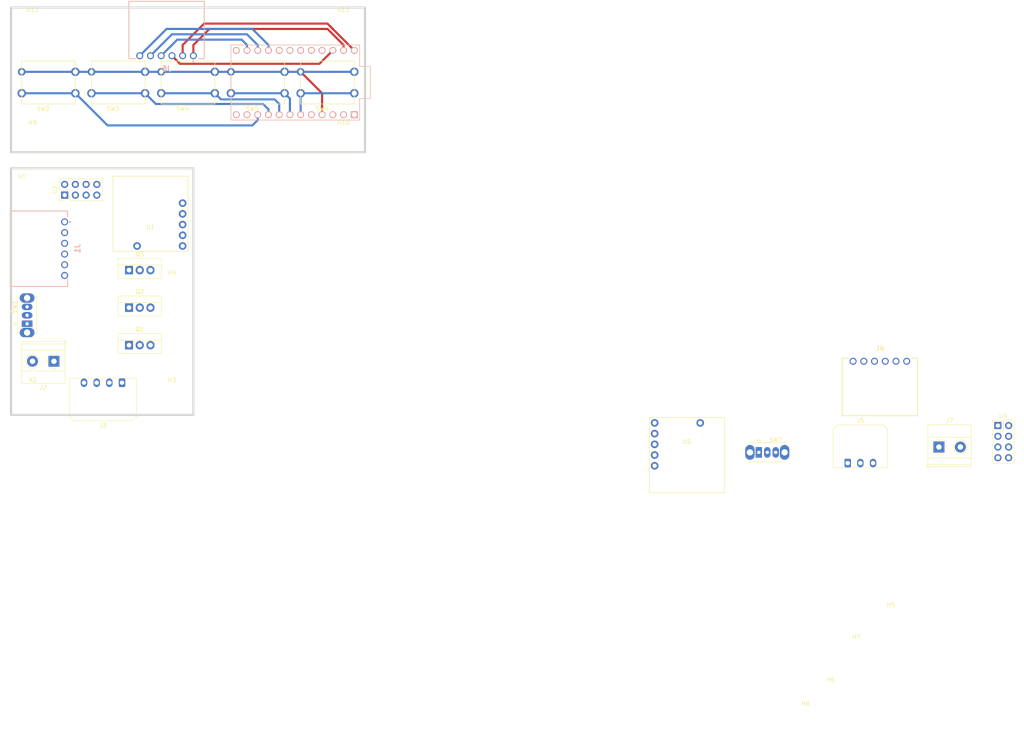
<source format=kicad_pcb>
(kicad_pcb (version 20171130) (host pcbnew 5.1.12-84ad8e8a86~92~ubuntu20.04.1)

  (general
    (thickness 1.6)
    (drawings 8)
    (tracks 59)
    (zones 0)
    (modules 34)
    (nets 54)
  )

  (page A4)
  (layers
    (0 F.Cu signal)
    (31 B.Cu signal)
    (32 B.Adhes user)
    (33 F.Adhes user)
    (34 B.Paste user)
    (35 F.Paste user)
    (36 B.SilkS user)
    (37 F.SilkS user)
    (38 B.Mask user)
    (39 F.Mask user)
    (40 Dwgs.User user)
    (41 Cmts.User user)
    (42 Eco1.User user)
    (43 Eco2.User user)
    (44 Edge.Cuts user)
    (45 Margin user)
    (46 B.CrtYd user)
    (47 F.CrtYd user)
    (48 B.Fab user)
    (49 F.Fab user)
  )

  (setup
    (last_trace_width 0.5)
    (user_trace_width 0.5)
    (trace_clearance 0.2)
    (zone_clearance 0.508)
    (zone_45_only no)
    (trace_min 0.2)
    (via_size 0.8)
    (via_drill 0.4)
    (via_min_size 0.4)
    (via_min_drill 0.3)
    (uvia_size 0.3)
    (uvia_drill 0.1)
    (uvias_allowed no)
    (uvia_min_size 0.2)
    (uvia_min_drill 0.1)
    (edge_width 0.05)
    (segment_width 0.2)
    (pcb_text_width 0.3)
    (pcb_text_size 1.5 1.5)
    (mod_edge_width 0.12)
    (mod_text_size 1 1)
    (mod_text_width 0.15)
    (pad_size 1.524 1.524)
    (pad_drill 0.762)
    (pad_to_mask_clearance 0)
    (aux_axis_origin 0 0)
    (visible_elements FFFFFF7F)
    (pcbplotparams
      (layerselection 0x010fc_ffffffff)
      (usegerberextensions false)
      (usegerberattributes true)
      (usegerberadvancedattributes true)
      (creategerberjobfile true)
      (excludeedgelayer true)
      (linewidth 0.100000)
      (plotframeref false)
      (viasonmask false)
      (mode 1)
      (useauxorigin false)
      (hpglpennumber 1)
      (hpglpenspeed 20)
      (hpglpendiameter 15.000000)
      (psnegative false)
      (psa4output false)
      (plotreference true)
      (plotvalue true)
      (plotinvisibletext false)
      (padsonsilk false)
      (subtractmaskfromsilk false)
      (outputformat 1)
      (mirror false)
      (drillshape 1)
      (scaleselection 1)
      (outputdirectory ""))
  )

  (net 0 "")
  (net 1 /RGB1_GND)
  (net 2 /RGB1_PROG_3.3V)
  (net 3 /RGB1_TX)
  (net 4 /RGB1_GREEN)
  (net 5 /RGB1_RED)
  (net 6 /RGB1_RESET)
  (net 7 /RGB1_5V)
  (net 8 "Net-(J3-Pad2)")
  (net 9 "Net-(J3-Pad3)")
  (net 10 "Net-(J3-Pad4)")
  (net 11 /RGB2_GND)
  (net 12 /RGB2_PROG_3.3V)
  (net 13 /RGB2_TX)
  (net 14 /RGB2_DATA)
  (net 15 "Net-(J4-Pad5)")
  (net 16 /RGB2_RESET)
  (net 17 /RGB2_5V)
  (net 18 "Net-(J6-Pad6)")
  (net 19 "Net-(J6-Pad5)")
  (net 20 "Net-(J6-Pad4)")
  (net 21 "Net-(J6-Pad3)")
  (net 22 "Net-(J6-Pad2)")
  (net 23 "Net-(J6-Pad1)")
  (net 24 /RGB1_BLUE)
  (net 25 "Net-(SW1-Pad2)")
  (net 26 /RGB1_3.3V)
  (net 27 "Net-(SW2-Pad1)")
  (net 28 /RGB2_3.3V)
  (net 29 "Net-(SW7-Pad2)")
  (net 30 "Net-(U1-Pad2)")
  (net 31 "Net-(U1-Pad1)")
  (net 32 "Net-(U2-Pad3)")
  (net 33 "Net-(U3-Pad1)")
  (net 34 "Net-(U3-Pad2)")
  (net 35 "Net-(U3-Pad3)")
  (net 36 "Net-(U3-Pad5)")
  (net 37 "Net-(U3-Pad11)")
  (net 38 "Net-(U3-Pad12)")
  (net 39 "Net-(U3-Pad13)")
  (net 40 "Net-(U3-Pad17)")
  (net 41 "Net-(U3-Pad18)")
  (net 42 "Net-(U3-Pad19)")
  (net 43 "Net-(U3-Pad20)")
  (net 44 "Net-(U4-Pad3)")
  (net 45 "Net-(U4-Pad4)")
  (net 46 "Net-(U5-Pad1)")
  (net 47 "Net-(U5-Pad2)")
  (net 48 "Net-(SW2-Pad2)")
  (net 49 "Net-(SW3-Pad2)")
  (net 50 "Net-(SW4-Pad2)")
  (net 51 "Net-(SW5-Pad2)")
  (net 52 "Net-(SW6-Pad2)")
  (net 53 "Net-(U3-Pad21)")

  (net_class Default "This is the default net class."
    (clearance 0.2)
    (trace_width 0.25)
    (via_dia 0.8)
    (via_drill 0.4)
    (uvia_dia 0.3)
    (uvia_drill 0.1)
    (add_net /RGB1_3.3V)
    (add_net /RGB1_5V)
    (add_net /RGB1_BLUE)
    (add_net /RGB1_GND)
    (add_net /RGB1_GREEN)
    (add_net /RGB1_PROG_3.3V)
    (add_net /RGB1_RED)
    (add_net /RGB1_RESET)
    (add_net /RGB1_TX)
    (add_net /RGB2_3.3V)
    (add_net /RGB2_5V)
    (add_net /RGB2_DATA)
    (add_net /RGB2_GND)
    (add_net /RGB2_PROG_3.3V)
    (add_net /RGB2_RESET)
    (add_net /RGB2_TX)
    (add_net "Net-(J3-Pad2)")
    (add_net "Net-(J3-Pad3)")
    (add_net "Net-(J3-Pad4)")
    (add_net "Net-(J4-Pad5)")
    (add_net "Net-(J6-Pad1)")
    (add_net "Net-(J6-Pad2)")
    (add_net "Net-(J6-Pad3)")
    (add_net "Net-(J6-Pad4)")
    (add_net "Net-(J6-Pad5)")
    (add_net "Net-(J6-Pad6)")
    (add_net "Net-(SW1-Pad2)")
    (add_net "Net-(SW2-Pad1)")
    (add_net "Net-(SW2-Pad2)")
    (add_net "Net-(SW3-Pad2)")
    (add_net "Net-(SW4-Pad2)")
    (add_net "Net-(SW5-Pad2)")
    (add_net "Net-(SW6-Pad2)")
    (add_net "Net-(SW7-Pad2)")
    (add_net "Net-(U1-Pad1)")
    (add_net "Net-(U1-Pad2)")
    (add_net "Net-(U2-Pad3)")
    (add_net "Net-(U3-Pad1)")
    (add_net "Net-(U3-Pad11)")
    (add_net "Net-(U3-Pad12)")
    (add_net "Net-(U3-Pad13)")
    (add_net "Net-(U3-Pad17)")
    (add_net "Net-(U3-Pad18)")
    (add_net "Net-(U3-Pad19)")
    (add_net "Net-(U3-Pad2)")
    (add_net "Net-(U3-Pad20)")
    (add_net "Net-(U3-Pad21)")
    (add_net "Net-(U3-Pad3)")
    (add_net "Net-(U3-Pad5)")
    (add_net "Net-(U4-Pad3)")
    (add_net "Net-(U4-Pad4)")
    (add_net "Net-(U5-Pad1)")
    (add_net "Net-(U5-Pad2)")
  )

  (module promicro:ProMicro (layer B.Cu) (tedit 5DB4AAE1) (tstamp 65504B43)
    (at 106.68 45.72 180)
    (descr "Pro Micro footprint")
    (tags "promicro ProMicro")
    (path /6546BD1D)
    (fp_text reference U3 (at 13.97 17.78) (layer B.SilkS) hide
      (effects (font (size 1 1) (thickness 0.15)) (justify mirror))
    )
    (fp_text value ProMicro (at 8.89 -2.54) (layer B.Fab)
      (effects (font (size 1 1) (thickness 0.15)) (justify mirror))
    )
    (fp_line (start 29.21 16.51) (end 29.21 -1.27) (layer B.SilkS) (width 0.15))
    (fp_line (start -1.27 16.51) (end 29.21 16.51) (layer B.SilkS) (width 0.15))
    (fp_line (start -1.27 11.43) (end -1.27 16.51) (layer B.SilkS) (width 0.15))
    (fp_line (start -3.81 11.43) (end -1.27 11.43) (layer B.SilkS) (width 0.15))
    (fp_line (start -3.81 3.81) (end -3.81 11.43) (layer B.SilkS) (width 0.15))
    (fp_line (start -1.27 3.81) (end -3.81 3.81) (layer B.SilkS) (width 0.15))
    (fp_line (start -1.27 -1.27) (end -1.27 3.81) (layer B.SilkS) (width 0.15))
    (fp_line (start -1.27 -1.27) (end 29.21 -1.27) (layer B.SilkS) (width 0.15))
    (pad 1 thru_hole rect (at 0 0 180) (size 1.6 1.6) (drill 1.1) (layers *.Cu *.Mask B.SilkS)
      (net 33 "Net-(U3-Pad1)"))
    (pad 2 thru_hole circle (at 2.54 0 180) (size 1.6 1.6) (drill 1.1) (layers *.Cu *.Mask B.SilkS)
      (net 34 "Net-(U3-Pad2)"))
    (pad 3 thru_hole circle (at 5.08 0 180) (size 1.6 1.6) (drill 1.1) (layers *.Cu *.Mask B.SilkS)
      (net 35 "Net-(U3-Pad3)"))
    (pad 4 thru_hole circle (at 7.62 0 180) (size 1.6 1.6) (drill 1.1) (layers *.Cu *.Mask B.SilkS)
      (net 27 "Net-(SW2-Pad1)"))
    (pad 5 thru_hole circle (at 10.16 0 180) (size 1.6 1.6) (drill 1.1) (layers *.Cu *.Mask B.SilkS)
      (net 36 "Net-(U3-Pad5)"))
    (pad 6 thru_hole circle (at 12.7 0 180) (size 1.6 1.6) (drill 1.1) (layers *.Cu *.Mask B.SilkS)
      (net 52 "Net-(SW6-Pad2)"))
    (pad 7 thru_hole circle (at 15.24 0 180) (size 1.6 1.6) (drill 1.1) (layers *.Cu *.Mask B.SilkS)
      (net 51 "Net-(SW5-Pad2)"))
    (pad 8 thru_hole circle (at 17.78 0 180) (size 1.6 1.6) (drill 1.1) (layers *.Cu *.Mask B.SilkS)
      (net 50 "Net-(SW4-Pad2)"))
    (pad 9 thru_hole circle (at 20.32 0 180) (size 1.6 1.6) (drill 1.1) (layers *.Cu *.Mask B.SilkS)
      (net 49 "Net-(SW3-Pad2)"))
    (pad 10 thru_hole circle (at 22.86 0 180) (size 1.6 1.6) (drill 1.1) (layers *.Cu *.Mask B.SilkS)
      (net 48 "Net-(SW2-Pad2)"))
    (pad 11 thru_hole circle (at 25.4 0 180) (size 1.6 1.6) (drill 1.1) (layers *.Cu *.Mask B.SilkS)
      (net 37 "Net-(U3-Pad11)"))
    (pad 12 thru_hole circle (at 27.94 0 180) (size 1.6 1.6) (drill 1.1) (layers *.Cu *.Mask B.SilkS)
      (net 38 "Net-(U3-Pad12)"))
    (pad 13 thru_hole circle (at 27.94 15.24 180) (size 1.6 1.6) (drill 1.1) (layers *.Cu *.Mask B.SilkS)
      (net 39 "Net-(U3-Pad13)"))
    (pad 14 thru_hole circle (at 25.4 15.24 180) (size 1.6 1.6) (drill 1.1) (layers *.Cu *.Mask B.SilkS)
      (net 20 "Net-(J6-Pad4)"))
    (pad 15 thru_hole circle (at 22.86 15.24 180) (size 1.6 1.6) (drill 1.1) (layers *.Cu *.Mask B.SilkS)
      (net 19 "Net-(J6-Pad5)"))
    (pad 16 thru_hole circle (at 20.32 15.24 180) (size 1.6 1.6) (drill 1.1) (layers *.Cu *.Mask B.SilkS)
      (net 18 "Net-(J6-Pad6)"))
    (pad 17 thru_hole circle (at 17.78 15.24 180) (size 1.6 1.6) (drill 1.1) (layers *.Cu *.Mask B.SilkS)
      (net 40 "Net-(U3-Pad17)"))
    (pad 18 thru_hole circle (at 15.24 15.24 180) (size 1.6 1.6) (drill 1.1) (layers *.Cu *.Mask B.SilkS)
      (net 41 "Net-(U3-Pad18)"))
    (pad 19 thru_hole circle (at 12.7 15.24 180) (size 1.6 1.6) (drill 1.1) (layers *.Cu *.Mask B.SilkS)
      (net 42 "Net-(U3-Pad19)"))
    (pad 20 thru_hole circle (at 10.16 15.24 180) (size 1.6 1.6) (drill 1.1) (layers *.Cu *.Mask B.SilkS)
      (net 43 "Net-(U3-Pad20)"))
    (pad 21 thru_hole circle (at 7.62 15.24 180) (size 1.6 1.6) (drill 1.1) (layers *.Cu *.Mask B.SilkS)
      (net 53 "Net-(U3-Pad21)"))
    (pad 22 thru_hole circle (at 5.08 15.24 180) (size 1.6 1.6) (drill 1.1) (layers *.Cu *.Mask B.SilkS)
      (net 21 "Net-(J6-Pad3)"))
    (pad 23 thru_hole circle (at 2.54 15.24 180) (size 1.6 1.6) (drill 1.1) (layers *.Cu *.Mask B.SilkS)
      (net 23 "Net-(J6-Pad1)"))
    (pad 24 thru_hole circle (at 0 15.24 180) (size 1.6 1.6) (drill 1.1) (layers *.Cu *.Mask B.SilkS)
      (net 22 "Net-(J6-Pad2)"))
    (model ${KISYS3DMOD}/promicro.3dshapes/Arduino_Pro_Micro.step
      (offset (xyz 15 7.5 -32.5))
      (scale (xyz 1 1 1))
      (rotate (xyz 0 0 0))
    )
  )

  (module MountingHole:MountingHole_2.2mm_M2 (layer F.Cu) (tedit 56D1B4CB) (tstamp 65504832)
    (at 27.94 63.5)
    (descr "Mounting Hole 2.2mm, no annular, M2")
    (tags "mounting hole 2.2mm no annular m2")
    (path /65541E7F)
    (attr virtual)
    (fp_text reference H1 (at 0 -3.2) (layer F.SilkS)
      (effects (font (size 1 1) (thickness 0.15)))
    )
    (fp_text value MountingHole (at 0 3.2) (layer F.Fab)
      (effects (font (size 1 1) (thickness 0.15)))
    )
    (fp_circle (center 0 0) (end 2.2 0) (layer Cmts.User) (width 0.15))
    (fp_circle (center 0 0) (end 2.45 0) (layer F.CrtYd) (width 0.05))
    (fp_text user %R (at 0.3 0) (layer F.Fab)
      (effects (font (size 1 1) (thickness 0.15)))
    )
    (pad 1 np_thru_hole circle (at 0 0) (size 2.2 2.2) (drill 2.2) (layers *.Cu *.Mask))
  )

  (module MountingHole:MountingHole_2.2mm_M2 (layer F.Cu) (tedit 56D1B4CB) (tstamp 6550483A)
    (at 30.48 111.76)
    (descr "Mounting Hole 2.2mm, no annular, M2")
    (tags "mounting hole 2.2mm no annular m2")
    (path /65541E6D)
    (attr virtual)
    (fp_text reference H2 (at 0 -3.2) (layer F.SilkS)
      (effects (font (size 1 1) (thickness 0.15)))
    )
    (fp_text value MountingHole (at 0 3.2) (layer F.Fab)
      (effects (font (size 1 1) (thickness 0.15)))
    )
    (fp_circle (center 0 0) (end 2.45 0) (layer F.CrtYd) (width 0.05))
    (fp_circle (center 0 0) (end 2.2 0) (layer Cmts.User) (width 0.15))
    (fp_text user %R (at 0.3 0) (layer F.Fab)
      (effects (font (size 1 1) (thickness 0.15)))
    )
    (pad 1 np_thru_hole circle (at 0 0) (size 2.2 2.2) (drill 2.2) (layers *.Cu *.Mask))
  )

  (module MountingHole:MountingHole_2.2mm_M2 (layer F.Cu) (tedit 56D1B4CB) (tstamp 65504842)
    (at 63.5 111.76)
    (descr "Mounting Hole 2.2mm, no annular, M2")
    (tags "mounting hole 2.2mm no annular m2")
    (path /65541E73)
    (attr virtual)
    (fp_text reference H3 (at 0 -3.2) (layer F.SilkS)
      (effects (font (size 1 1) (thickness 0.15)))
    )
    (fp_text value MountingHole (at 0 3.2) (layer F.Fab)
      (effects (font (size 1 1) (thickness 0.15)))
    )
    (fp_circle (center 0 0) (end 2.2 0) (layer Cmts.User) (width 0.15))
    (fp_circle (center 0 0) (end 2.45 0) (layer F.CrtYd) (width 0.05))
    (fp_text user %R (at 0.3 0) (layer F.Fab)
      (effects (font (size 1 1) (thickness 0.15)))
    )
    (pad 1 np_thru_hole circle (at 0 0) (size 2.2 2.2) (drill 2.2) (layers *.Cu *.Mask))
  )

  (module MountingHole:MountingHole_2.2mm_M2 (layer F.Cu) (tedit 56D1B4CB) (tstamp 6550484A)
    (at 63.5 86.36)
    (descr "Mounting Hole 2.2mm, no annular, M2")
    (tags "mounting hole 2.2mm no annular m2")
    (path /65541E79)
    (attr virtual)
    (fp_text reference H4 (at 0 -3.2) (layer F.SilkS)
      (effects (font (size 1 1) (thickness 0.15)))
    )
    (fp_text value MountingHole (at 0 3.2) (layer F.Fab)
      (effects (font (size 1 1) (thickness 0.15)))
    )
    (fp_circle (center 0 0) (end 2.45 0) (layer F.CrtYd) (width 0.05))
    (fp_circle (center 0 0) (end 2.2 0) (layer Cmts.User) (width 0.15))
    (fp_text user %R (at 0.3 0) (layer F.Fab)
      (effects (font (size 1 1) (thickness 0.15)))
    )
    (pad 1 np_thru_hole circle (at 0 0) (size 2.2 2.2) (drill 2.2) (layers *.Cu *.Mask))
  )

  (module MountingHole:MountingHole_2.2mm_M2 (layer F.Cu) (tedit 56D1B4CB) (tstamp 65504852)
    (at 233.68 165.1)
    (descr "Mounting Hole 2.2mm, no annular, M2")
    (tags "mounting hole 2.2mm no annular m2")
    (path /65540DAB)
    (attr virtual)
    (fp_text reference H5 (at 0 -3.2) (layer F.SilkS)
      (effects (font (size 1 1) (thickness 0.15)))
    )
    (fp_text value MountingHole (at 0 3.2) (layer F.Fab)
      (effects (font (size 1 1) (thickness 0.15)))
    )
    (fp_circle (center 0 0) (end 2.2 0) (layer Cmts.User) (width 0.15))
    (fp_circle (center 0 0) (end 2.45 0) (layer F.CrtYd) (width 0.05))
    (fp_text user %R (at 0.3 0) (layer F.Fab)
      (effects (font (size 1 1) (thickness 0.15)))
    )
    (pad 1 np_thru_hole circle (at 0 0) (size 2.2 2.2) (drill 2.2) (layers *.Cu *.Mask))
  )

  (module MountingHole:MountingHole_2.2mm_M2 (layer F.Cu) (tedit 56D1B4CB) (tstamp 6550485A)
    (at 219.440001 182.785001)
    (descr "Mounting Hole 2.2mm, no annular, M2")
    (tags "mounting hole 2.2mm no annular m2")
    (path /65540D99)
    (attr virtual)
    (fp_text reference H6 (at 0 -3.2) (layer F.SilkS)
      (effects (font (size 1 1) (thickness 0.15)))
    )
    (fp_text value MountingHole (at 0 3.2) (layer F.Fab)
      (effects (font (size 1 1) (thickness 0.15)))
    )
    (fp_circle (center 0 0) (end 2.45 0) (layer F.CrtYd) (width 0.05))
    (fp_circle (center 0 0) (end 2.2 0) (layer Cmts.User) (width 0.15))
    (fp_text user %R (at 0.3 0) (layer F.Fab)
      (effects (font (size 1 1) (thickness 0.15)))
    )
    (pad 1 np_thru_hole circle (at 0 0) (size 2.2 2.2) (drill 2.2) (layers *.Cu *.Mask))
  )

  (module MountingHole:MountingHole_2.2mm_M2 (layer F.Cu) (tedit 56D1B4CB) (tstamp 65504862)
    (at 225.550001 172.685001)
    (descr "Mounting Hole 2.2mm, no annular, M2")
    (tags "mounting hole 2.2mm no annular m2")
    (path /65540D9F)
    (attr virtual)
    (fp_text reference H7 (at 0 -3.2) (layer F.SilkS)
      (effects (font (size 1 1) (thickness 0.15)))
    )
    (fp_text value MountingHole (at 0 3.2) (layer F.Fab)
      (effects (font (size 1 1) (thickness 0.15)))
    )
    (fp_circle (center 0 0) (end 2.2 0) (layer Cmts.User) (width 0.15))
    (fp_circle (center 0 0) (end 2.45 0) (layer F.CrtYd) (width 0.05))
    (fp_text user %R (at 0.3 0) (layer F.Fab)
      (effects (font (size 1 1) (thickness 0.15)))
    )
    (pad 1 np_thru_hole circle (at 0 0) (size 2.2 2.2) (drill 2.2) (layers *.Cu *.Mask))
  )

  (module MountingHole:MountingHole_2.2mm_M2 (layer F.Cu) (tedit 56D1B4CB) (tstamp 6550486A)
    (at 213.490001 188.435001)
    (descr "Mounting Hole 2.2mm, no annular, M2")
    (tags "mounting hole 2.2mm no annular m2")
    (path /65540DA5)
    (attr virtual)
    (fp_text reference H8 (at 0 -3.2) (layer F.SilkS)
      (effects (font (size 1 1) (thickness 0.15)))
    )
    (fp_text value MountingHole (at 0 3.2) (layer F.Fab)
      (effects (font (size 1 1) (thickness 0.15)))
    )
    (fp_circle (center 0 0) (end 2.45 0) (layer F.CrtYd) (width 0.05))
    (fp_circle (center 0 0) (end 2.2 0) (layer Cmts.User) (width 0.15))
    (fp_text user %R (at 0.3 0) (layer F.Fab)
      (effects (font (size 1 1) (thickness 0.15)))
    )
    (pad 1 np_thru_hole circle (at 0 0) (size 2.2 2.2) (drill 2.2) (layers *.Cu *.Mask))
  )

  (module MountingHole:MountingHole_2.2mm_M2 (layer F.Cu) (tedit 56D1B4CB) (tstamp 65504872)
    (at 30.48 50.8)
    (descr "Mounting Hole 2.2mm, no annular, M2")
    (tags "mounting hole 2.2mm no annular m2")
    (path /65539C79)
    (attr virtual)
    (fp_text reference H9 (at 0 -3.2) (layer F.SilkS)
      (effects (font (size 1 1) (thickness 0.15)))
    )
    (fp_text value MountingHole (at 0 3.2) (layer F.Fab)
      (effects (font (size 1 1) (thickness 0.15)))
    )
    (fp_circle (center 0 0) (end 2.2 0) (layer Cmts.User) (width 0.15))
    (fp_circle (center 0 0) (end 2.45 0) (layer F.CrtYd) (width 0.05))
    (fp_text user %R (at 0.3 0) (layer F.Fab)
      (effects (font (size 1 1) (thickness 0.15)))
    )
    (pad 1 np_thru_hole circle (at 0 0) (size 2.2 2.2) (drill 2.2) (layers *.Cu *.Mask))
  )

  (module MountingHole:MountingHole_2.2mm_M2 (layer F.Cu) (tedit 56D1B4CB) (tstamp 6550487A)
    (at 104.14 50.8)
    (descr "Mounting Hole 2.2mm, no annular, M2")
    (tags "mounting hole 2.2mm no annular m2")
    (path /65534F8C)
    (attr virtual)
    (fp_text reference H10 (at 0 -3.2) (layer F.SilkS)
      (effects (font (size 1 1) (thickness 0.15)))
    )
    (fp_text value MountingHole (at 0 3.2) (layer F.Fab)
      (effects (font (size 1 1) (thickness 0.15)))
    )
    (fp_circle (center 0 0) (end 2.45 0) (layer F.CrtYd) (width 0.05))
    (fp_circle (center 0 0) (end 2.2 0) (layer Cmts.User) (width 0.15))
    (fp_text user %R (at 0.3 0) (layer F.Fab)
      (effects (font (size 1 1) (thickness 0.15)))
    )
    (pad 1 np_thru_hole circle (at 0 0) (size 2.2 2.2) (drill 2.2) (layers *.Cu *.Mask))
  )

  (module MountingHole:MountingHole_2.2mm_M2 (layer F.Cu) (tedit 56D1B4CB) (tstamp 65504882)
    (at 104.14 24.13)
    (descr "Mounting Hole 2.2mm, no annular, M2")
    (tags "mounting hole 2.2mm no annular m2")
    (path /65537B04)
    (attr virtual)
    (fp_text reference H11 (at 0 -3.2) (layer F.SilkS)
      (effects (font (size 1 1) (thickness 0.15)))
    )
    (fp_text value MountingHole (at 0 3.2) (layer F.Fab)
      (effects (font (size 1 1) (thickness 0.15)))
    )
    (fp_circle (center 0 0) (end 2.2 0) (layer Cmts.User) (width 0.15))
    (fp_circle (center 0 0) (end 2.45 0) (layer F.CrtYd) (width 0.05))
    (fp_text user %R (at 0.3 0) (layer F.Fab)
      (effects (font (size 1 1) (thickness 0.15)))
    )
    (pad 1 np_thru_hole circle (at 0 0) (size 2.2 2.2) (drill 2.2) (layers *.Cu *.Mask))
  )

  (module MountingHole:MountingHole_2.2mm_M2 (layer F.Cu) (tedit 56D1B4CB) (tstamp 6550488A)
    (at 30.48 24.13)
    (descr "Mounting Hole 2.2mm, no annular, M2")
    (tags "mounting hole 2.2mm no annular m2")
    (path /65538648)
    (attr virtual)
    (fp_text reference H12 (at 0 -3.2) (layer F.SilkS)
      (effects (font (size 1 1) (thickness 0.15)))
    )
    (fp_text value MountingHole (at 0 3.2) (layer F.Fab)
      (effects (font (size 1 1) (thickness 0.15)))
    )
    (fp_circle (center 0 0) (end 2.45 0) (layer F.CrtYd) (width 0.05))
    (fp_circle (center 0 0) (end 2.2 0) (layer Cmts.User) (width 0.15))
    (fp_text user %R (at 0.3 0) (layer F.Fab)
      (effects (font (size 1 1) (thickness 0.15)))
    )
    (pad 1 np_thru_hole circle (at 0 0) (size 2.2 2.2) (drill 2.2) (layers *.Cu *.Mask))
  )

  (module TerminalBlock_Phoenix:TerminalBlock_Phoenix_MKDS-1,5-2-5.08_1x02_P5.08mm_Horizontal (layer F.Cu) (tedit 5B294EBC) (tstamp 655048E8)
    (at 35.56 104.14 180)
    (descr "Terminal Block Phoenix MKDS-1,5-2-5.08, 2 pins, pitch 5.08mm, size 10.2x9.8mm^2, drill diamater 1.3mm, pad diameter 2.6mm, see http://www.farnell.com/datasheets/100425.pdf, script-generated using https://github.com/pointhi/kicad-footprint-generator/scripts/TerminalBlock_Phoenix")
    (tags "THT Terminal Block Phoenix MKDS-1,5-2-5.08 pitch 5.08mm size 10.2x9.8mm^2 drill 1.3mm pad 2.6mm")
    (path /654DF091)
    (fp_text reference J2 (at 2.54 -6.26) (layer F.SilkS)
      (effects (font (size 1 1) (thickness 0.15)))
    )
    (fp_text value Jack-DC (at 2.54 5.66) (layer F.Fab)
      (effects (font (size 1 1) (thickness 0.15)))
    )
    (fp_circle (center 0 0) (end 1.5 0) (layer F.Fab) (width 0.1))
    (fp_circle (center 5.08 0) (end 6.58 0) (layer F.Fab) (width 0.1))
    (fp_circle (center 5.08 0) (end 6.76 0) (layer F.SilkS) (width 0.12))
    (fp_line (start -2.54 -5.2) (end 7.62 -5.2) (layer F.Fab) (width 0.1))
    (fp_line (start 7.62 -5.2) (end 7.62 4.6) (layer F.Fab) (width 0.1))
    (fp_line (start 7.62 4.6) (end -2.04 4.6) (layer F.Fab) (width 0.1))
    (fp_line (start -2.04 4.6) (end -2.54 4.1) (layer F.Fab) (width 0.1))
    (fp_line (start -2.54 4.1) (end -2.54 -5.2) (layer F.Fab) (width 0.1))
    (fp_line (start -2.54 4.1) (end 7.62 4.1) (layer F.Fab) (width 0.1))
    (fp_line (start -2.6 4.1) (end 7.68 4.1) (layer F.SilkS) (width 0.12))
    (fp_line (start -2.54 2.6) (end 7.62 2.6) (layer F.Fab) (width 0.1))
    (fp_line (start -2.6 2.6) (end 7.68 2.6) (layer F.SilkS) (width 0.12))
    (fp_line (start -2.54 -2.3) (end 7.62 -2.3) (layer F.Fab) (width 0.1))
    (fp_line (start -2.6 -2.301) (end 7.68 -2.301) (layer F.SilkS) (width 0.12))
    (fp_line (start -2.6 -5.261) (end 7.68 -5.261) (layer F.SilkS) (width 0.12))
    (fp_line (start -2.6 4.66) (end 7.68 4.66) (layer F.SilkS) (width 0.12))
    (fp_line (start -2.6 -5.261) (end -2.6 4.66) (layer F.SilkS) (width 0.12))
    (fp_line (start 7.68 -5.261) (end 7.68 4.66) (layer F.SilkS) (width 0.12))
    (fp_line (start 1.138 -0.955) (end -0.955 1.138) (layer F.Fab) (width 0.1))
    (fp_line (start 0.955 -1.138) (end -1.138 0.955) (layer F.Fab) (width 0.1))
    (fp_line (start 6.218 -0.955) (end 4.126 1.138) (layer F.Fab) (width 0.1))
    (fp_line (start 6.035 -1.138) (end 3.943 0.955) (layer F.Fab) (width 0.1))
    (fp_line (start 6.355 -1.069) (end 6.308 -1.023) (layer F.SilkS) (width 0.12))
    (fp_line (start 4.046 1.239) (end 4.011 1.274) (layer F.SilkS) (width 0.12))
    (fp_line (start 6.15 -1.275) (end 6.115 -1.239) (layer F.SilkS) (width 0.12))
    (fp_line (start 3.853 1.023) (end 3.806 1.069) (layer F.SilkS) (width 0.12))
    (fp_line (start -2.84 4.16) (end -2.84 4.9) (layer F.SilkS) (width 0.12))
    (fp_line (start -2.84 4.9) (end -2.34 4.9) (layer F.SilkS) (width 0.12))
    (fp_line (start -3.04 -5.71) (end -3.04 5.1) (layer F.CrtYd) (width 0.05))
    (fp_line (start -3.04 5.1) (end 8.13 5.1) (layer F.CrtYd) (width 0.05))
    (fp_line (start 8.13 5.1) (end 8.13 -5.71) (layer F.CrtYd) (width 0.05))
    (fp_line (start 8.13 -5.71) (end -3.04 -5.71) (layer F.CrtYd) (width 0.05))
    (fp_text user %R (at 2.54 3.2) (layer F.Fab)
      (effects (font (size 1 1) (thickness 0.15)))
    )
    (fp_arc (start 0 0) (end -0.684 1.535) (angle -25) (layer F.SilkS) (width 0.12))
    (fp_arc (start 0 0) (end -1.535 -0.684) (angle -48) (layer F.SilkS) (width 0.12))
    (fp_arc (start 0 0) (end 0.684 -1.535) (angle -48) (layer F.SilkS) (width 0.12))
    (fp_arc (start 0 0) (end 1.535 0.684) (angle -48) (layer F.SilkS) (width 0.12))
    (fp_arc (start 0 0) (end 0 1.68) (angle -24) (layer F.SilkS) (width 0.12))
    (pad 2 thru_hole circle (at 5.08 0 180) (size 2.6 2.6) (drill 1.3) (layers *.Cu *.Mask)
      (net 1 /RGB1_GND))
    (pad 1 thru_hole rect (at 0 0 180) (size 2.6 2.6) (drill 1.3) (layers *.Cu *.Mask)
      (net 7 /RGB1_5V))
    (model ${KISYS3DMOD}/TerminalBlock_Phoenix.3dshapes/TerminalBlock_Phoenix_MKDS-1,5-2-5.08_1x02_P5.08mm_Horizontal.wrl
      (at (xyz 0 0 0))
      (scale (xyz 1 1 1))
      (rotate (xyz 0 0 0))
    )
  )

  (module Connector_Molex:Molex_Micro-Fit_3.0_43650-0400_1x04_P3.00mm_Horizontal (layer F.Cu) (tedit 5B79A392) (tstamp 65504909)
    (at 51.68 109.22 180)
    (descr "Molex Micro-Fit 3.0 Connector System, 43650-0400 (compatible alternatives: 43650-0401, 43650-0402), 4 Pins per row (https://www.molex.com/pdm_docs/sd/436500300_sd.pdf), generated with kicad-footprint-generator")
    (tags "connector Molex Micro-Fit_3.0 top entry")
    (path /654DD197)
    (fp_text reference J3 (at 4.5 -10.12) (layer F.SilkS)
      (effects (font (size 1 1) (thickness 0.15)))
    )
    (fp_text value Conn_01x04 (at 4.5 3.22) (layer F.Fab)
      (effects (font (size 1 1) (thickness 0.15)))
    )
    (fp_line (start 12.82 1.48) (end -3.82 1.48) (layer F.CrtYd) (width 0.05))
    (fp_line (start 12.82 -9.42) (end 12.82 1.48) (layer F.CrtYd) (width 0.05))
    (fp_line (start -3.82 -9.42) (end 12.82 -9.42) (layer F.CrtYd) (width 0.05))
    (fp_line (start -3.82 1.48) (end -3.82 -9.42) (layer F.CrtYd) (width 0.05))
    (fp_line (start 6.651767 1.09) (end 8.348233 1.09) (layer F.SilkS) (width 0.12))
    (fp_line (start 3.651767 1.09) (end 5.348233 1.09) (layer F.SilkS) (width 0.12))
    (fp_line (start 1.01 1.09) (end 2.348233 1.09) (layer F.SilkS) (width 0.12))
    (fp_line (start 12.435 1.09) (end 9.651767 1.09) (layer F.SilkS) (width 0.12))
    (fp_line (start -3.435 1.09) (end -1.01 1.09) (layer F.SilkS) (width 0.12))
    (fp_line (start 12.435 -8.03) (end 12.435 1.09) (layer F.SilkS) (width 0.12))
    (fp_line (start 11.435 -9.03) (end 12.435 -8.03) (layer F.SilkS) (width 0.12))
    (fp_line (start -2.435 -9.03) (end 11.435 -9.03) (layer F.SilkS) (width 0.12))
    (fp_line (start -3.435 -8.03) (end -2.435 -9.03) (layer F.SilkS) (width 0.12))
    (fp_line (start -3.435 1.09) (end -3.435 -8.03) (layer F.SilkS) (width 0.12))
    (fp_line (start 0 0) (end 0.75 0.98) (layer F.Fab) (width 0.1))
    (fp_line (start -0.75 0.98) (end 0 0) (layer F.Fab) (width 0.1))
    (fp_line (start 12.325 0.98) (end -3.325 0.98) (layer F.Fab) (width 0.1))
    (fp_line (start 12.325 -7.92) (end 12.325 0.98) (layer F.Fab) (width 0.1))
    (fp_line (start 11.325 -8.92) (end 12.325 -7.92) (layer F.Fab) (width 0.1))
    (fp_line (start -2.325 -8.92) (end 11.325 -8.92) (layer F.Fab) (width 0.1))
    (fp_line (start -3.325 -7.92) (end -2.325 -8.92) (layer F.Fab) (width 0.1))
    (fp_line (start -3.325 0.98) (end -3.325 -7.92) (layer F.Fab) (width 0.1))
    (fp_text user %R (at 4.5 -8.22) (layer F.Fab)
      (effects (font (size 1 1) (thickness 0.15)))
    )
    (pad "" np_thru_hole circle (at 2.15 -4.32 180) (size 3 3) (drill 3) (layers *.Cu *.Mask))
    (pad "" np_thru_hole circle (at 6.85 -4.32 180) (size 3 3) (drill 3) (layers *.Cu *.Mask))
    (pad 1 thru_hole roundrect (at 0 0 180) (size 1.5 2.02) (drill 1.02) (layers *.Cu *.Mask) (roundrect_rratio 0.166667)
      (net 7 /RGB1_5V))
    (pad 2 thru_hole oval (at 3 0 180) (size 1.5 2.02) (drill 1.02) (layers *.Cu *.Mask)
      (net 8 "Net-(J3-Pad2)"))
    (pad 3 thru_hole oval (at 6 0 180) (size 1.5 2.02) (drill 1.02) (layers *.Cu *.Mask)
      (net 9 "Net-(J3-Pad3)"))
    (pad 4 thru_hole oval (at 9 0 180) (size 1.5 2.02) (drill 1.02) (layers *.Cu *.Mask)
      (net 10 "Net-(J3-Pad4)"))
    (model ${KISYS3DMOD}/Connector_Molex.3dshapes/Molex_Micro-Fit_3.0_43650-0400_1x04_P3.00mm_Horizontal.wrl
      (at (xyz 0 0 0))
      (scale (xyz 1 1 1))
      (rotate (xyz 0 0 0))
    )
  )

  (module Connector_Molex:Molex_Micro-Fit_3.0_43650-0300_1x03_P3.00mm_Horizontal (layer F.Cu) (tedit 5B79A392) (tstamp 65504959)
    (at 223.52 128.27)
    (descr "Molex Micro-Fit 3.0 Connector System, 43650-0300 (compatible alternatives: 43650-0301, 43650-0302), 3 Pins per row (https://www.molex.com/pdm_docs/sd/436500300_sd.pdf), generated with kicad-footprint-generator")
    (tags "connector Molex Micro-Fit_3.0 top entry")
    (path /654FBB8F)
    (fp_text reference J5 (at 3 -10.12) (layer F.SilkS)
      (effects (font (size 1 1) (thickness 0.15)))
    )
    (fp_text value Conn_01x03 (at 3 3.22) (layer F.Fab)
      (effects (font (size 1 1) (thickness 0.15)))
    )
    (fp_line (start 9.82 1.48) (end -3.82 1.48) (layer F.CrtYd) (width 0.05))
    (fp_line (start 9.82 -9.42) (end 9.82 1.48) (layer F.CrtYd) (width 0.05))
    (fp_line (start -3.82 -9.42) (end 9.82 -9.42) (layer F.CrtYd) (width 0.05))
    (fp_line (start -3.82 1.48) (end -3.82 -9.42) (layer F.CrtYd) (width 0.05))
    (fp_line (start 3.651767 1.09) (end 5.348233 1.09) (layer F.SilkS) (width 0.12))
    (fp_line (start 1.01 1.09) (end 2.348233 1.09) (layer F.SilkS) (width 0.12))
    (fp_line (start 9.435 1.09) (end 6.651767 1.09) (layer F.SilkS) (width 0.12))
    (fp_line (start -3.435 1.09) (end -1.01 1.09) (layer F.SilkS) (width 0.12))
    (fp_line (start 9.435 -8.03) (end 9.435 1.09) (layer F.SilkS) (width 0.12))
    (fp_line (start 8.435 -9.03) (end 9.435 -8.03) (layer F.SilkS) (width 0.12))
    (fp_line (start -2.435 -9.03) (end 8.435 -9.03) (layer F.SilkS) (width 0.12))
    (fp_line (start -3.435 -8.03) (end -2.435 -9.03) (layer F.SilkS) (width 0.12))
    (fp_line (start -3.435 1.09) (end -3.435 -8.03) (layer F.SilkS) (width 0.12))
    (fp_line (start 0 0) (end 0.75 0.98) (layer F.Fab) (width 0.1))
    (fp_line (start -0.75 0.98) (end 0 0) (layer F.Fab) (width 0.1))
    (fp_line (start 9.325 0.98) (end -3.325 0.98) (layer F.Fab) (width 0.1))
    (fp_line (start 9.325 -7.92) (end 9.325 0.98) (layer F.Fab) (width 0.1))
    (fp_line (start 8.325 -8.92) (end 9.325 -7.92) (layer F.Fab) (width 0.1))
    (fp_line (start -2.325 -8.92) (end 8.325 -8.92) (layer F.Fab) (width 0.1))
    (fp_line (start -3.325 -7.92) (end -2.325 -8.92) (layer F.Fab) (width 0.1))
    (fp_line (start -3.325 0.98) (end -3.325 -7.92) (layer F.Fab) (width 0.1))
    (fp_text user %R (at 3 -8.22) (layer F.Fab)
      (effects (font (size 1 1) (thickness 0.15)))
    )
    (pad "" np_thru_hole circle (at 3 -4.32) (size 3 3) (drill 3) (layers *.Cu *.Mask))
    (pad 1 thru_hole roundrect (at 0 0) (size 1.5 2.02) (drill 1.02) (layers *.Cu *.Mask) (roundrect_rratio 0.166667)
      (net 11 /RGB2_GND))
    (pad 2 thru_hole oval (at 3 0) (size 1.5 2.02) (drill 1.02) (layers *.Cu *.Mask)
      (net 14 /RGB2_DATA))
    (pad 3 thru_hole oval (at 6 0) (size 1.5 2.02) (drill 1.02) (layers *.Cu *.Mask)
      (net 17 /RGB2_5V))
    (model ${KISYS3DMOD}/Connector_Molex.3dshapes/Molex_Micro-Fit_3.0_43650-0300_1x03_P3.00mm_Horizontal.wrl
      (at (xyz 0 0 0))
      (scale (xyz 1 1 1))
      (rotate (xyz 0 0 0))
    )
  )

  (module TerminalBlock_Phoenix:TerminalBlock_Phoenix_MKDS-1,5-2-5.08_1x02_P5.08mm_Horizontal (layer F.Cu) (tedit 5B294EBC) (tstamp 655049B7)
    (at 245.11 124.46)
    (descr "Terminal Block Phoenix MKDS-1,5-2-5.08, 2 pins, pitch 5.08mm, size 10.2x9.8mm^2, drill diamater 1.3mm, pad diameter 2.6mm, see http://www.farnell.com/datasheets/100425.pdf, script-generated using https://github.com/pointhi/kicad-footprint-generator/scripts/TerminalBlock_Phoenix")
    (tags "THT Terminal Block Phoenix MKDS-1,5-2-5.08 pitch 5.08mm size 10.2x9.8mm^2 drill 1.3mm pad 2.6mm")
    (path /6550172F)
    (fp_text reference J7 (at 2.54 -6.26) (layer F.SilkS)
      (effects (font (size 1 1) (thickness 0.15)))
    )
    (fp_text value Jack-DC (at 2.54 5.66) (layer F.Fab)
      (effects (font (size 1 1) (thickness 0.15)))
    )
    (fp_line (start 8.13 -5.71) (end -3.04 -5.71) (layer F.CrtYd) (width 0.05))
    (fp_line (start 8.13 5.1) (end 8.13 -5.71) (layer F.CrtYd) (width 0.05))
    (fp_line (start -3.04 5.1) (end 8.13 5.1) (layer F.CrtYd) (width 0.05))
    (fp_line (start -3.04 -5.71) (end -3.04 5.1) (layer F.CrtYd) (width 0.05))
    (fp_line (start -2.84 4.9) (end -2.34 4.9) (layer F.SilkS) (width 0.12))
    (fp_line (start -2.84 4.16) (end -2.84 4.9) (layer F.SilkS) (width 0.12))
    (fp_line (start 3.853 1.023) (end 3.806 1.069) (layer F.SilkS) (width 0.12))
    (fp_line (start 6.15 -1.275) (end 6.115 -1.239) (layer F.SilkS) (width 0.12))
    (fp_line (start 4.046 1.239) (end 4.011 1.274) (layer F.SilkS) (width 0.12))
    (fp_line (start 6.355 -1.069) (end 6.308 -1.023) (layer F.SilkS) (width 0.12))
    (fp_line (start 6.035 -1.138) (end 3.943 0.955) (layer F.Fab) (width 0.1))
    (fp_line (start 6.218 -0.955) (end 4.126 1.138) (layer F.Fab) (width 0.1))
    (fp_line (start 0.955 -1.138) (end -1.138 0.955) (layer F.Fab) (width 0.1))
    (fp_line (start 1.138 -0.955) (end -0.955 1.138) (layer F.Fab) (width 0.1))
    (fp_line (start 7.68 -5.261) (end 7.68 4.66) (layer F.SilkS) (width 0.12))
    (fp_line (start -2.6 -5.261) (end -2.6 4.66) (layer F.SilkS) (width 0.12))
    (fp_line (start -2.6 4.66) (end 7.68 4.66) (layer F.SilkS) (width 0.12))
    (fp_line (start -2.6 -5.261) (end 7.68 -5.261) (layer F.SilkS) (width 0.12))
    (fp_line (start -2.6 -2.301) (end 7.68 -2.301) (layer F.SilkS) (width 0.12))
    (fp_line (start -2.54 -2.3) (end 7.62 -2.3) (layer F.Fab) (width 0.1))
    (fp_line (start -2.6 2.6) (end 7.68 2.6) (layer F.SilkS) (width 0.12))
    (fp_line (start -2.54 2.6) (end 7.62 2.6) (layer F.Fab) (width 0.1))
    (fp_line (start -2.6 4.1) (end 7.68 4.1) (layer F.SilkS) (width 0.12))
    (fp_line (start -2.54 4.1) (end 7.62 4.1) (layer F.Fab) (width 0.1))
    (fp_line (start -2.54 4.1) (end -2.54 -5.2) (layer F.Fab) (width 0.1))
    (fp_line (start -2.04 4.6) (end -2.54 4.1) (layer F.Fab) (width 0.1))
    (fp_line (start 7.62 4.6) (end -2.04 4.6) (layer F.Fab) (width 0.1))
    (fp_line (start 7.62 -5.2) (end 7.62 4.6) (layer F.Fab) (width 0.1))
    (fp_line (start -2.54 -5.2) (end 7.62 -5.2) (layer F.Fab) (width 0.1))
    (fp_circle (center 5.08 0) (end 6.76 0) (layer F.SilkS) (width 0.12))
    (fp_circle (center 5.08 0) (end 6.58 0) (layer F.Fab) (width 0.1))
    (fp_circle (center 0 0) (end 1.5 0) (layer F.Fab) (width 0.1))
    (fp_arc (start 0 0) (end 0 1.68) (angle -24) (layer F.SilkS) (width 0.12))
    (fp_arc (start 0 0) (end 1.535 0.684) (angle -48) (layer F.SilkS) (width 0.12))
    (fp_arc (start 0 0) (end 0.684 -1.535) (angle -48) (layer F.SilkS) (width 0.12))
    (fp_arc (start 0 0) (end -1.535 -0.684) (angle -48) (layer F.SilkS) (width 0.12))
    (fp_arc (start 0 0) (end -0.684 1.535) (angle -25) (layer F.SilkS) (width 0.12))
    (fp_text user %R (at 2.54 3.2) (layer F.Fab)
      (effects (font (size 1 1) (thickness 0.15)))
    )
    (pad 1 thru_hole rect (at 0 0) (size 2.6 2.6) (drill 1.3) (layers *.Cu *.Mask)
      (net 17 /RGB2_5V))
    (pad 2 thru_hole circle (at 5.08 0) (size 2.6 2.6) (drill 1.3) (layers *.Cu *.Mask)
      (net 11 /RGB2_GND))
    (model ${KISYS3DMOD}/TerminalBlock_Phoenix.3dshapes/TerminalBlock_Phoenix_MKDS-1,5-2-5.08_1x02_P5.08mm_Horizontal.wrl
      (at (xyz 0 0 0))
      (scale (xyz 1 1 1))
      (rotate (xyz 0 0 0))
    )
  )

  (module Package_TO_SOT_THT:TO-262-3_Vertical (layer F.Cu) (tedit 5ACA203F) (tstamp 655049CD)
    (at 53.34 100.33)
    (descr "TO-262-3, Vertical, RM 2.54mm, IIPAK, I2PAK, see http://www.onsemi.com/pub/Collateral/EN8586-D.PDF")
    (tags "TO-262-3 Vertical RM 2.54mm IIPAK I2PAK")
    (path /6550D5BE)
    (fp_text reference Q1 (at 2.54 -3.77) (layer F.SilkS)
      (effects (font (size 1 1) (thickness 0.15)))
    )
    (fp_text value Q_NMOS_GDS (at 2.54 3.1) (layer F.Fab)
      (effects (font (size 1 1) (thickness 0.15)))
    )
    (fp_line (start 7.79 -2.9) (end -2.71 -2.9) (layer F.CrtYd) (width 0.05))
    (fp_line (start 7.79 2.1) (end 7.79 -2.9) (layer F.CrtYd) (width 0.05))
    (fp_line (start -2.71 2.1) (end 7.79 2.1) (layer F.CrtYd) (width 0.05))
    (fp_line (start -2.71 -2.9) (end -2.71 2.1) (layer F.CrtYd) (width 0.05))
    (fp_line (start -2.58 -1.23) (end 7.66 -1.23) (layer F.SilkS) (width 0.12))
    (fp_line (start 7.66 -2.77) (end 7.66 1.971) (layer F.SilkS) (width 0.12))
    (fp_line (start -2.58 -2.77) (end -2.58 1.971) (layer F.SilkS) (width 0.12))
    (fp_line (start -2.58 1.971) (end 7.66 1.971) (layer F.SilkS) (width 0.12))
    (fp_line (start -2.58 -2.77) (end 7.66 -2.77) (layer F.SilkS) (width 0.12))
    (fp_line (start -2.46 -1.35) (end 7.54 -1.35) (layer F.Fab) (width 0.1))
    (fp_line (start 7.54 -2.65) (end -2.46 -2.65) (layer F.Fab) (width 0.1))
    (fp_line (start 7.54 1.85) (end 7.54 -2.65) (layer F.Fab) (width 0.1))
    (fp_line (start -2.46 1.85) (end 7.54 1.85) (layer F.Fab) (width 0.1))
    (fp_line (start -2.46 -2.65) (end -2.46 1.85) (layer F.Fab) (width 0.1))
    (fp_text user %R (at 2.54 -3.77) (layer F.Fab)
      (effects (font (size 1 1) (thickness 0.15)))
    )
    (pad 1 thru_hole rect (at 0 0) (size 1.905 2) (drill 1.1) (layers *.Cu *.Mask)
      (net 24 /RGB1_BLUE))
    (pad 2 thru_hole oval (at 2.54 0) (size 1.905 2) (drill 1.1) (layers *.Cu *.Mask)
      (net 8 "Net-(J3-Pad2)"))
    (pad 3 thru_hole oval (at 5.08 0) (size 1.905 2) (drill 1.1) (layers *.Cu *.Mask)
      (net 1 /RGB1_GND))
    (model ${KISYS3DMOD}/Package_TO_SOT_THT.3dshapes/TO-262-3_Vertical.wrl
      (at (xyz 0 0 0))
      (scale (xyz 1 1 1))
      (rotate (xyz 0 0 0))
    )
  )

  (module Package_TO_SOT_THT:TO-262-3_Vertical (layer F.Cu) (tedit 5ACA203F) (tstamp 655049E3)
    (at 53.34 91.44)
    (descr "TO-262-3, Vertical, RM 2.54mm, IIPAK, I2PAK, see http://www.onsemi.com/pub/Collateral/EN8586-D.PDF")
    (tags "TO-262-3 Vertical RM 2.54mm IIPAK I2PAK")
    (path /6550CB44)
    (fp_text reference Q2 (at 2.54 -3.77) (layer F.SilkS)
      (effects (font (size 1 1) (thickness 0.15)))
    )
    (fp_text value Q_NMOS_GDS (at 2.54 3.1) (layer F.Fab)
      (effects (font (size 1 1) (thickness 0.15)))
    )
    (fp_line (start -2.46 -2.65) (end -2.46 1.85) (layer F.Fab) (width 0.1))
    (fp_line (start -2.46 1.85) (end 7.54 1.85) (layer F.Fab) (width 0.1))
    (fp_line (start 7.54 1.85) (end 7.54 -2.65) (layer F.Fab) (width 0.1))
    (fp_line (start 7.54 -2.65) (end -2.46 -2.65) (layer F.Fab) (width 0.1))
    (fp_line (start -2.46 -1.35) (end 7.54 -1.35) (layer F.Fab) (width 0.1))
    (fp_line (start -2.58 -2.77) (end 7.66 -2.77) (layer F.SilkS) (width 0.12))
    (fp_line (start -2.58 1.971) (end 7.66 1.971) (layer F.SilkS) (width 0.12))
    (fp_line (start -2.58 -2.77) (end -2.58 1.971) (layer F.SilkS) (width 0.12))
    (fp_line (start 7.66 -2.77) (end 7.66 1.971) (layer F.SilkS) (width 0.12))
    (fp_line (start -2.58 -1.23) (end 7.66 -1.23) (layer F.SilkS) (width 0.12))
    (fp_line (start -2.71 -2.9) (end -2.71 2.1) (layer F.CrtYd) (width 0.05))
    (fp_line (start -2.71 2.1) (end 7.79 2.1) (layer F.CrtYd) (width 0.05))
    (fp_line (start 7.79 2.1) (end 7.79 -2.9) (layer F.CrtYd) (width 0.05))
    (fp_line (start 7.79 -2.9) (end -2.71 -2.9) (layer F.CrtYd) (width 0.05))
    (fp_text user %R (at 2.54 -3.77) (layer F.Fab)
      (effects (font (size 1 1) (thickness 0.15)))
    )
    (pad 3 thru_hole oval (at 5.08 0) (size 1.905 2) (drill 1.1) (layers *.Cu *.Mask)
      (net 1 /RGB1_GND))
    (pad 2 thru_hole oval (at 2.54 0) (size 1.905 2) (drill 1.1) (layers *.Cu *.Mask)
      (net 9 "Net-(J3-Pad3)"))
    (pad 1 thru_hole rect (at 0 0) (size 1.905 2) (drill 1.1) (layers *.Cu *.Mask)
      (net 5 /RGB1_RED))
    (model ${KISYS3DMOD}/Package_TO_SOT_THT.3dshapes/TO-262-3_Vertical.wrl
      (at (xyz 0 0 0))
      (scale (xyz 1 1 1))
      (rotate (xyz 0 0 0))
    )
  )

  (module Package_TO_SOT_THT:TO-262-3_Vertical (layer F.Cu) (tedit 5ACA203F) (tstamp 655049F9)
    (at 53.34 82.55)
    (descr "TO-262-3, Vertical, RM 2.54mm, IIPAK, I2PAK, see http://www.onsemi.com/pub/Collateral/EN8586-D.PDF")
    (tags "TO-262-3 Vertical RM 2.54mm IIPAK I2PAK")
    (path /654F6A88)
    (fp_text reference Q3 (at 2.54 -3.77) (layer F.SilkS)
      (effects (font (size 1 1) (thickness 0.15)))
    )
    (fp_text value Q_NMOS_GDS (at 2.54 3.1) (layer F.Fab)
      (effects (font (size 1 1) (thickness 0.15)))
    )
    (fp_line (start 7.79 -2.9) (end -2.71 -2.9) (layer F.CrtYd) (width 0.05))
    (fp_line (start 7.79 2.1) (end 7.79 -2.9) (layer F.CrtYd) (width 0.05))
    (fp_line (start -2.71 2.1) (end 7.79 2.1) (layer F.CrtYd) (width 0.05))
    (fp_line (start -2.71 -2.9) (end -2.71 2.1) (layer F.CrtYd) (width 0.05))
    (fp_line (start -2.58 -1.23) (end 7.66 -1.23) (layer F.SilkS) (width 0.12))
    (fp_line (start 7.66 -2.77) (end 7.66 1.971) (layer F.SilkS) (width 0.12))
    (fp_line (start -2.58 -2.77) (end -2.58 1.971) (layer F.SilkS) (width 0.12))
    (fp_line (start -2.58 1.971) (end 7.66 1.971) (layer F.SilkS) (width 0.12))
    (fp_line (start -2.58 -2.77) (end 7.66 -2.77) (layer F.SilkS) (width 0.12))
    (fp_line (start -2.46 -1.35) (end 7.54 -1.35) (layer F.Fab) (width 0.1))
    (fp_line (start 7.54 -2.65) (end -2.46 -2.65) (layer F.Fab) (width 0.1))
    (fp_line (start 7.54 1.85) (end 7.54 -2.65) (layer F.Fab) (width 0.1))
    (fp_line (start -2.46 1.85) (end 7.54 1.85) (layer F.Fab) (width 0.1))
    (fp_line (start -2.46 -2.65) (end -2.46 1.85) (layer F.Fab) (width 0.1))
    (fp_text user %R (at 2.54 -3.77) (layer F.Fab)
      (effects (font (size 1 1) (thickness 0.15)))
    )
    (pad 1 thru_hole rect (at 0 0) (size 1.905 2) (drill 1.1) (layers *.Cu *.Mask)
      (net 4 /RGB1_GREEN))
    (pad 2 thru_hole oval (at 2.54 0) (size 1.905 2) (drill 1.1) (layers *.Cu *.Mask)
      (net 10 "Net-(J3-Pad4)"))
    (pad 3 thru_hole oval (at 5.08 0) (size 1.905 2) (drill 1.1) (layers *.Cu *.Mask)
      (net 1 /RGB1_GND))
    (model ${KISYS3DMOD}/Package_TO_SOT_THT.3dshapes/TO-262-3_Vertical.wrl
      (at (xyz 0 0 0))
      (scale (xyz 1 1 1))
      (rotate (xyz 0 0 0))
    )
  )

  (module Button_Switch_THT:SW_Slide_1P2T_CK_OS102011MS2Q (layer F.Cu) (tedit 5C5044D5) (tstamp 65504A91)
    (at 29.21 95.25 90)
    (descr "CuK miniature slide switch, OS series, SPDT, https://www.ckswitches.com/media/1428/os.pdf")
    (tags "switch SPDT")
    (path /6560B32E)
    (fp_text reference SW1 (at 3.99 -2.99 90) (layer F.SilkS)
      (effects (font (size 1 1) (thickness 0.15)))
    )
    (fp_text value SW_Push_SPDT (at 2 3 90) (layer F.Fab)
      (effects (font (size 1 1) (thickness 0.15)))
    )
    (fp_line (start 0.5 -2.15) (end 6.3 -2.15) (layer F.Fab) (width 0.1))
    (fp_line (start 6.3 -2.15) (end 6.3 2.15) (layer F.Fab) (width 0.1))
    (fp_line (start 6.3 2.15) (end -2.3 2.15) (layer F.Fab) (width 0.1))
    (fp_line (start -2.3 2.15) (end -2.3 -2.15) (layer F.Fab) (width 0.1))
    (fp_line (start 0 -1) (end 4 -1) (layer F.Fab) (width 0.1))
    (fp_line (start 4 -1) (end 4 1) (layer F.Fab) (width 0.1))
    (fp_line (start 0 1) (end 4 1) (layer F.Fab) (width 0.1))
    (fp_line (start 0 -1) (end 0 1) (layer F.Fab) (width 0.1))
    (fp_line (start 0.66 -1) (end 0.66 1) (layer F.Fab) (width 0.1))
    (fp_line (start 1.34 -1) (end 1.34 1) (layer F.Fab) (width 0.1))
    (fp_line (start 2 -1) (end 2 1) (layer F.Fab) (width 0.1))
    (fp_line (start -2.3 -2.15) (end -0.5 -2.15) (layer F.Fab) (width 0.1))
    (fp_line (start -2.41 -2.26) (end 6.41 -2.26) (layer F.SilkS) (width 0.12))
    (fp_line (start 6.41 -2.26) (end 6.41 -1.95) (layer F.SilkS) (width 0.12))
    (fp_line (start 6.41 2.26) (end -2.41 2.26) (layer F.SilkS) (width 0.12))
    (fp_line (start -2.41 -1.95) (end -2.41 -2.26) (layer F.SilkS) (width 0.12))
    (fp_line (start -2.41 2.26) (end -2.41 1.95) (layer F.SilkS) (width 0.12))
    (fp_line (start 6.41 2.26) (end 6.41 1.95) (layer F.SilkS) (width 0.12))
    (fp_line (start -3.45 -2.4) (end 7.45 -2.4) (layer B.CrtYd) (width 0.05))
    (fp_line (start 7.45 -2.4) (end 7.45 2.4) (layer B.CrtYd) (width 0.05))
    (fp_line (start 7.45 2.4) (end -3.45 2.4) (layer B.CrtYd) (width 0.05))
    (fp_line (start -3.45 2.4) (end -3.45 -2.4) (layer B.CrtYd) (width 0.05))
    (fp_line (start -0.5 -2.15) (end 0 -1.65) (layer F.Fab) (width 0.1))
    (fp_line (start 0 -1.65) (end 0.5 -2.15) (layer F.Fab) (width 0.1))
    (fp_line (start -0.5 -2.96) (end 0 -2.46) (layer F.SilkS) (width 0.12))
    (fp_line (start 0 -2.46) (end 0.5 -2.96) (layer F.SilkS) (width 0.12))
    (fp_line (start 0.5 -2.96) (end -0.5 -2.96) (layer F.SilkS) (width 0.12))
    (fp_text user %R (at 3.99 -2.99 90) (layer F.Fab)
      (effects (font (size 1 1) (thickness 0.15)))
    )
    (pad "" thru_hole oval (at 6.1 0 90) (size 2.2 3.5) (drill 1.5) (layers *.Cu *.Mask))
    (pad "" thru_hole oval (at -2.1 0 90) (size 2.2 3.5) (drill 1.5) (layers *.Cu *.Mask))
    (pad 3 thru_hole oval (at 4 0 90) (size 1.5 2.5) (drill 0.8) (layers *.Cu *.Mask)
      (net 2 /RGB1_PROG_3.3V))
    (pad 2 thru_hole oval (at 2 0 90) (size 1.5 2.5) (drill 0.8) (layers *.Cu *.Mask)
      (net 25 "Net-(SW1-Pad2)"))
    (pad 1 thru_hole rect (at 0 0 90) (size 1.5 2.5) (drill 0.8) (layers *.Cu *.Mask)
      (net 26 /RGB1_3.3V))
    (model ${KISYS3DMOD}/Button_Switch_THT.3dshapes/SW_Slide_1P2T_CK_OS102011MS2Q.wrl
      (at (xyz 0 0 0))
      (scale (xyz 1 1 1))
      (rotate (xyz 0 0 0))
    )
  )

  (module Button_Switch_THT:SW_PUSH_12mm_H4.5mm (layer F.Cu) (tedit 5DB4A7C6) (tstamp 65504A9D)
    (at 33.02 38.1 180)
    (path /65476189)
    (fp_text reference SW2 (at 0 -6.223) (layer F.SilkS)
      (effects (font (size 1 1) (thickness 0.15)))
    )
    (fp_text value SW_Push (at 0 6.858) (layer F.Fab)
      (effects (font (size 1 1) (thickness 0.15)))
    )
    (fp_line (start -7.62 -5.08) (end -7.62 5.08) (layer F.SilkS) (width 0.15))
    (fp_line (start -7.62 5.08) (end 5.08 5.08) (layer F.SilkS) (width 0.15))
    (fp_line (start 5.08 5.08) (end 5.08 -5.08) (layer F.SilkS) (width 0.15))
    (fp_line (start 5.08 -5.08) (end -7.62 -5.08) (layer F.SilkS) (width 0.15))
    (pad 2 thru_hole circle (at 5.08 -2.54 180) (size 2 2) (drill 1.2) (layers *.Cu *.Mask)
      (net 48 "Net-(SW2-Pad2)"))
    (pad 1 thru_hole circle (at 5.08 2.54 180) (size 1.8 1.8) (drill 1) (layers *.Cu *.Mask)
      (net 27 "Net-(SW2-Pad1)"))
    (pad 1 thru_hole circle (at -7.62 2.54 180) (size 2 2) (drill 1.2) (layers *.Cu *.Mask)
      (net 27 "Net-(SW2-Pad1)"))
    (pad 2 thru_hole circle (at -7.62 -2.54 180) (size 2 2) (drill 1.2) (layers *.Cu *.Mask)
      (net 48 "Net-(SW2-Pad2)"))
    (model ${KISYS3DMOD}/Button_Switch_THT.3dshapes/SW_PUSH_12mm_H4.5mm.step
      (offset (xyz -7.25 6 0))
      (scale (xyz 1 1 1))
      (rotate (xyz -90 0 90))
    )
  )

  (module Button_Switch_THT:SW_PUSH_12mm_H4.5mm (layer F.Cu) (tedit 5DB4A7C6) (tstamp 65504AA9)
    (at 49.53 38.1 180)
    (path /65475B1C)
    (fp_text reference SW3 (at 0 -6.223) (layer F.SilkS)
      (effects (font (size 1 1) (thickness 0.15)))
    )
    (fp_text value SW_Push (at 0 6.858) (layer F.Fab)
      (effects (font (size 1 1) (thickness 0.15)))
    )
    (fp_line (start 5.08 -5.08) (end -7.62 -5.08) (layer F.SilkS) (width 0.15))
    (fp_line (start 5.08 5.08) (end 5.08 -5.08) (layer F.SilkS) (width 0.15))
    (fp_line (start -7.62 5.08) (end 5.08 5.08) (layer F.SilkS) (width 0.15))
    (fp_line (start -7.62 -5.08) (end -7.62 5.08) (layer F.SilkS) (width 0.15))
    (pad 2 thru_hole circle (at -7.62 -2.54 180) (size 2 2) (drill 1.2) (layers *.Cu *.Mask)
      (net 49 "Net-(SW3-Pad2)"))
    (pad 1 thru_hole circle (at -7.62 2.54 180) (size 2 2) (drill 1.2) (layers *.Cu *.Mask)
      (net 27 "Net-(SW2-Pad1)"))
    (pad 1 thru_hole circle (at 5.08 2.54 180) (size 1.8 1.8) (drill 1) (layers *.Cu *.Mask)
      (net 27 "Net-(SW2-Pad1)"))
    (pad 2 thru_hole circle (at 5.08 -2.54 180) (size 2 2) (drill 1.2) (layers *.Cu *.Mask)
      (net 49 "Net-(SW3-Pad2)"))
    (model ${KISYS3DMOD}/Button_Switch_THT.3dshapes/SW_PUSH_12mm_H4.5mm.step
      (offset (xyz -7.25 6 0))
      (scale (xyz 1 1 1))
      (rotate (xyz -90 0 90))
    )
  )

  (module Button_Switch_THT:SW_PUSH_12mm_H4.5mm (layer F.Cu) (tedit 5DB4A7C6) (tstamp 65504AB5)
    (at 66.04 38.1 180)
    (path /654755F0)
    (fp_text reference SW4 (at 0 -6.223) (layer F.SilkS)
      (effects (font (size 1 1) (thickness 0.15)))
    )
    (fp_text value SW_Push (at 0 6.858) (layer F.Fab)
      (effects (font (size 1 1) (thickness 0.15)))
    )
    (fp_line (start -7.62 -5.08) (end -7.62 5.08) (layer F.SilkS) (width 0.15))
    (fp_line (start -7.62 5.08) (end 5.08 5.08) (layer F.SilkS) (width 0.15))
    (fp_line (start 5.08 5.08) (end 5.08 -5.08) (layer F.SilkS) (width 0.15))
    (fp_line (start 5.08 -5.08) (end -7.62 -5.08) (layer F.SilkS) (width 0.15))
    (pad 2 thru_hole circle (at 5.08 -2.54 180) (size 2 2) (drill 1.2) (layers *.Cu *.Mask)
      (net 50 "Net-(SW4-Pad2)"))
    (pad 1 thru_hole circle (at 5.08 2.54 180) (size 1.8 1.8) (drill 1) (layers *.Cu *.Mask)
      (net 27 "Net-(SW2-Pad1)"))
    (pad 1 thru_hole circle (at -7.62 2.54 180) (size 2 2) (drill 1.2) (layers *.Cu *.Mask)
      (net 27 "Net-(SW2-Pad1)"))
    (pad 2 thru_hole circle (at -7.62 -2.54 180) (size 2 2) (drill 1.2) (layers *.Cu *.Mask)
      (net 50 "Net-(SW4-Pad2)"))
    (model ${KISYS3DMOD}/Button_Switch_THT.3dshapes/SW_PUSH_12mm_H4.5mm.step
      (offset (xyz -7.25 6 0))
      (scale (xyz 1 1 1))
      (rotate (xyz -90 0 90))
    )
  )

  (module Button_Switch_THT:SW_PUSH_12mm_H4.5mm (layer F.Cu) (tedit 5DB4A7C6) (tstamp 65504AC1)
    (at 82.55 38.1 180)
    (path /65474383)
    (fp_text reference SW5 (at 0 -6.223) (layer F.SilkS)
      (effects (font (size 1 1) (thickness 0.15)))
    )
    (fp_text value SW_Push (at 0 6.858) (layer F.Fab)
      (effects (font (size 1 1) (thickness 0.15)))
    )
    (fp_line (start 5.08 -5.08) (end -7.62 -5.08) (layer F.SilkS) (width 0.15))
    (fp_line (start 5.08 5.08) (end 5.08 -5.08) (layer F.SilkS) (width 0.15))
    (fp_line (start -7.62 5.08) (end 5.08 5.08) (layer F.SilkS) (width 0.15))
    (fp_line (start -7.62 -5.08) (end -7.62 5.08) (layer F.SilkS) (width 0.15))
    (pad 2 thru_hole circle (at -7.62 -2.54 180) (size 2 2) (drill 1.2) (layers *.Cu *.Mask)
      (net 51 "Net-(SW5-Pad2)"))
    (pad 1 thru_hole circle (at -7.62 2.54 180) (size 2 2) (drill 1.2) (layers *.Cu *.Mask)
      (net 27 "Net-(SW2-Pad1)"))
    (pad 1 thru_hole circle (at 5.08 2.54 180) (size 1.8 1.8) (drill 1) (layers *.Cu *.Mask)
      (net 27 "Net-(SW2-Pad1)"))
    (pad 2 thru_hole circle (at 5.08 -2.54 180) (size 2 2) (drill 1.2) (layers *.Cu *.Mask)
      (net 51 "Net-(SW5-Pad2)"))
    (model ${KISYS3DMOD}/Button_Switch_THT.3dshapes/SW_PUSH_12mm_H4.5mm.step
      (offset (xyz -7.25 6 0))
      (scale (xyz 1 1 1))
      (rotate (xyz -90 0 90))
    )
  )

  (module Button_Switch_THT:SW_PUSH_12mm_H4.5mm (layer F.Cu) (tedit 5DB4A7C6) (tstamp 65504ACD)
    (at 99.06 38.1 180)
    (path /65472EA7)
    (fp_text reference SW6 (at 0 -6.223) (layer F.SilkS)
      (effects (font (size 1 1) (thickness 0.15)))
    )
    (fp_text value SW_Push (at 0 6.858) (layer F.Fab)
      (effects (font (size 1 1) (thickness 0.15)))
    )
    (fp_line (start -7.62 -5.08) (end -7.62 5.08) (layer F.SilkS) (width 0.15))
    (fp_line (start -7.62 5.08) (end 5.08 5.08) (layer F.SilkS) (width 0.15))
    (fp_line (start 5.08 5.08) (end 5.08 -5.08) (layer F.SilkS) (width 0.15))
    (fp_line (start 5.08 -5.08) (end -7.62 -5.08) (layer F.SilkS) (width 0.15))
    (pad 2 thru_hole circle (at 5.08 -2.54 180) (size 2 2) (drill 1.2) (layers *.Cu *.Mask)
      (net 52 "Net-(SW6-Pad2)"))
    (pad 1 thru_hole circle (at 5.08 2.54 180) (size 1.8 1.8) (drill 1) (layers *.Cu *.Mask)
      (net 27 "Net-(SW2-Pad1)"))
    (pad 1 thru_hole circle (at -7.62 2.54 180) (size 2 2) (drill 1.2) (layers *.Cu *.Mask)
      (net 27 "Net-(SW2-Pad1)"))
    (pad 2 thru_hole circle (at -7.62 -2.54 180) (size 2 2) (drill 1.2) (layers *.Cu *.Mask)
      (net 52 "Net-(SW6-Pad2)"))
    (model ${KISYS3DMOD}/Button_Switch_THT.3dshapes/SW_PUSH_12mm_H4.5mm.step
      (offset (xyz -7.25 6 0))
      (scale (xyz 1 1 1))
      (rotate (xyz -90 0 90))
    )
  )

  (module Button_Switch_THT:SW_Slide_1P2T_CK_OS102011MS2Q (layer F.Cu) (tedit 5C5044D5) (tstamp 65504AF2)
    (at 202.47 125.73)
    (descr "CuK miniature slide switch, OS series, SPDT, https://www.ckswitches.com/media/1428/os.pdf")
    (tags "switch SPDT")
    (path /6560F6A7)
    (fp_text reference SW7 (at 3.99 -2.99) (layer F.SilkS)
      (effects (font (size 1 1) (thickness 0.15)))
    )
    (fp_text value SW_Push_SPDT (at 2 3) (layer F.Fab)
      (effects (font (size 1 1) (thickness 0.15)))
    )
    (fp_line (start 0.5 -2.96) (end -0.5 -2.96) (layer F.SilkS) (width 0.12))
    (fp_line (start 0 -2.46) (end 0.5 -2.96) (layer F.SilkS) (width 0.12))
    (fp_line (start -0.5 -2.96) (end 0 -2.46) (layer F.SilkS) (width 0.12))
    (fp_line (start 0 -1.65) (end 0.5 -2.15) (layer F.Fab) (width 0.1))
    (fp_line (start -0.5 -2.15) (end 0 -1.65) (layer F.Fab) (width 0.1))
    (fp_line (start -3.45 2.4) (end -3.45 -2.4) (layer B.CrtYd) (width 0.05))
    (fp_line (start 7.45 2.4) (end -3.45 2.4) (layer B.CrtYd) (width 0.05))
    (fp_line (start 7.45 -2.4) (end 7.45 2.4) (layer B.CrtYd) (width 0.05))
    (fp_line (start -3.45 -2.4) (end 7.45 -2.4) (layer B.CrtYd) (width 0.05))
    (fp_line (start 6.41 2.26) (end 6.41 1.95) (layer F.SilkS) (width 0.12))
    (fp_line (start -2.41 2.26) (end -2.41 1.95) (layer F.SilkS) (width 0.12))
    (fp_line (start -2.41 -1.95) (end -2.41 -2.26) (layer F.SilkS) (width 0.12))
    (fp_line (start 6.41 2.26) (end -2.41 2.26) (layer F.SilkS) (width 0.12))
    (fp_line (start 6.41 -2.26) (end 6.41 -1.95) (layer F.SilkS) (width 0.12))
    (fp_line (start -2.41 -2.26) (end 6.41 -2.26) (layer F.SilkS) (width 0.12))
    (fp_line (start -2.3 -2.15) (end -0.5 -2.15) (layer F.Fab) (width 0.1))
    (fp_line (start 2 -1) (end 2 1) (layer F.Fab) (width 0.1))
    (fp_line (start 1.34 -1) (end 1.34 1) (layer F.Fab) (width 0.1))
    (fp_line (start 0.66 -1) (end 0.66 1) (layer F.Fab) (width 0.1))
    (fp_line (start 0 -1) (end 0 1) (layer F.Fab) (width 0.1))
    (fp_line (start 0 1) (end 4 1) (layer F.Fab) (width 0.1))
    (fp_line (start 4 -1) (end 4 1) (layer F.Fab) (width 0.1))
    (fp_line (start 0 -1) (end 4 -1) (layer F.Fab) (width 0.1))
    (fp_line (start -2.3 2.15) (end -2.3 -2.15) (layer F.Fab) (width 0.1))
    (fp_line (start 6.3 2.15) (end -2.3 2.15) (layer F.Fab) (width 0.1))
    (fp_line (start 6.3 -2.15) (end 6.3 2.15) (layer F.Fab) (width 0.1))
    (fp_line (start 0.5 -2.15) (end 6.3 -2.15) (layer F.Fab) (width 0.1))
    (fp_text user %R (at 3.99 -2.99) (layer F.Fab)
      (effects (font (size 1 1) (thickness 0.15)))
    )
    (pad 1 thru_hole rect (at 0 0) (size 1.5 2.5) (drill 0.8) (layers *.Cu *.Mask)
      (net 28 /RGB2_3.3V))
    (pad 2 thru_hole oval (at 2 0) (size 1.5 2.5) (drill 0.8) (layers *.Cu *.Mask)
      (net 29 "Net-(SW7-Pad2)"))
    (pad 3 thru_hole oval (at 4 0) (size 1.5 2.5) (drill 0.8) (layers *.Cu *.Mask)
      (net 12 /RGB2_PROG_3.3V))
    (pad "" thru_hole oval (at -2.1 0) (size 2.2 3.5) (drill 1.5) (layers *.Cu *.Mask))
    (pad "" thru_hole oval (at 6.1 0) (size 2.2 3.5) (drill 1.5) (layers *.Cu *.Mask))
    (model ${KISYS3DMOD}/Button_Switch_THT.3dshapes/SW_Slide_1P2T_CK_OS102011MS2Q.wrl
      (at (xyz 0 0 0))
      (scale (xyz 1 1 1))
      (rotate (xyz 0 0 0))
    )
  )

  (module Pololu:Pololu_reg19a (layer F.Cu) (tedit 5FAD94B9) (tstamp 65504B01)
    (at 58.42 69.85 180)
    (path /654E04C4)
    (fp_text reference U1 (at 0 -2.54) (layer F.SilkS)
      (effects (font (size 1 1) (thickness 0.15)))
    )
    (fp_text value Regulator_D24V22Fx (at 0 0) (layer F.Fab)
      (effects (font (size 1 1) (thickness 0.15)))
    )
    (fp_line (start -8.89 -8.255) (end 8.89 -8.255) (layer F.SilkS) (width 0.15))
    (fp_line (start 8.89 -8.255) (end 8.89 9.525) (layer F.SilkS) (width 0.15))
    (fp_line (start 8.89 9.525) (end -8.89 9.525) (layer F.SilkS) (width 0.15))
    (fp_line (start -8.89 9.525) (end -8.89 -8.255) (layer F.SilkS) (width 0.15))
    (fp_text user REF** (at 0 2.54) (layer F.Fab)
      (effects (font (size 1 1) (thickness 0.15)))
    )
    (pad 6 thru_hole circle (at 3.175 -6.985 180) (size 1.8 1.8) (drill 1) (layers *.Cu *.Mask)
      (net 1 /RGB1_GND))
    (pad 5 thru_hole circle (at -7.62 3.175 180) (size 1.8 1.8) (drill 1) (layers *.Cu *.Mask)
      (net 26 /RGB1_3.3V))
    (pad 4 thru_hole circle (at -7.62 0.635 180) (size 1.8 1.8) (drill 1) (layers *.Cu *.Mask)
      (net 1 /RGB1_GND))
    (pad 3 thru_hole circle (at -7.62 -1.905 180) (size 1.8 1.8) (drill 1) (layers *.Cu *.Mask)
      (net 7 /RGB1_5V))
    (pad 2 thru_hole circle (at -7.62 -4.445 180) (size 1.8 1.8) (drill 1) (layers *.Cu *.Mask)
      (net 30 "Net-(U1-Pad2)"))
    (pad 1 thru_hole circle (at -7.62 -6.985 180) (size 1.8 1.8) (drill 1) (layers *.Cu *.Mask)
      (net 31 "Net-(U1-Pad1)"))
  )

  (module Connector_PinHeader_2.54mm:PinHeader_2x04_P2.54mm_Vertical (layer F.Cu) (tedit 59FED5CC) (tstamp 65504B1F)
    (at 38.1 64.77 90)
    (descr "Through hole straight pin header, 2x04, 2.54mm pitch, double rows")
    (tags "Through hole pin header THT 2x04 2.54mm double row")
    (path /6547A174)
    (fp_text reference U2 (at 1.27 -2.33 90) (layer F.SilkS)
      (effects (font (size 1 1) (thickness 0.15)))
    )
    (fp_text value ESP-01v090 (at 1.27 9.95 90) (layer F.Fab)
      (effects (font (size 1 1) (thickness 0.15)))
    )
    (fp_line (start 0 -1.27) (end 3.81 -1.27) (layer F.Fab) (width 0.1))
    (fp_line (start 3.81 -1.27) (end 3.81 8.89) (layer F.Fab) (width 0.1))
    (fp_line (start 3.81 8.89) (end -1.27 8.89) (layer F.Fab) (width 0.1))
    (fp_line (start -1.27 8.89) (end -1.27 0) (layer F.Fab) (width 0.1))
    (fp_line (start -1.27 0) (end 0 -1.27) (layer F.Fab) (width 0.1))
    (fp_line (start -1.33 8.95) (end 3.87 8.95) (layer F.SilkS) (width 0.12))
    (fp_line (start -1.33 1.27) (end -1.33 8.95) (layer F.SilkS) (width 0.12))
    (fp_line (start 3.87 -1.33) (end 3.87 8.95) (layer F.SilkS) (width 0.12))
    (fp_line (start -1.33 1.27) (end 1.27 1.27) (layer F.SilkS) (width 0.12))
    (fp_line (start 1.27 1.27) (end 1.27 -1.33) (layer F.SilkS) (width 0.12))
    (fp_line (start 1.27 -1.33) (end 3.87 -1.33) (layer F.SilkS) (width 0.12))
    (fp_line (start -1.33 0) (end -1.33 -1.33) (layer F.SilkS) (width 0.12))
    (fp_line (start -1.33 -1.33) (end 0 -1.33) (layer F.SilkS) (width 0.12))
    (fp_line (start -1.8 -1.8) (end -1.8 9.4) (layer F.CrtYd) (width 0.05))
    (fp_line (start -1.8 9.4) (end 4.35 9.4) (layer F.CrtYd) (width 0.05))
    (fp_line (start 4.35 9.4) (end 4.35 -1.8) (layer F.CrtYd) (width 0.05))
    (fp_line (start 4.35 -1.8) (end -1.8 -1.8) (layer F.CrtYd) (width 0.05))
    (fp_text user %R (at 1.27 3.81) (layer F.Fab)
      (effects (font (size 1 1) (thickness 0.15)))
    )
    (pad 8 thru_hole oval (at 2.54 7.62 90) (size 1.7 1.7) (drill 1) (layers *.Cu *.Mask)
      (net 4 /RGB1_GREEN))
    (pad 7 thru_hole oval (at 0 7.62 90) (size 1.7 1.7) (drill 1) (layers *.Cu *.Mask)
      (net 25 "Net-(SW1-Pad2)"))
    (pad 6 thru_hole oval (at 2.54 5.08 90) (size 1.7 1.7) (drill 1) (layers *.Cu *.Mask)
      (net 5 /RGB1_RED))
    (pad 5 thru_hole oval (at 0 5.08 90) (size 1.7 1.7) (drill 1) (layers *.Cu *.Mask)
      (net 6 /RGB1_RESET))
    (pad 4 thru_hole oval (at 2.54 2.54 90) (size 1.7 1.7) (drill 1) (layers *.Cu *.Mask)
      (net 24 /RGB1_BLUE))
    (pad 3 thru_hole oval (at 0 2.54 90) (size 1.7 1.7) (drill 1) (layers *.Cu *.Mask)
      (net 32 "Net-(U2-Pad3)"))
    (pad 2 thru_hole oval (at 2.54 0 90) (size 1.7 1.7) (drill 1) (layers *.Cu *.Mask)
      (net 1 /RGB1_GND))
    (pad 1 thru_hole rect (at 0 0 90) (size 1.7 1.7) (drill 1) (layers *.Cu *.Mask)
      (net 3 /RGB1_TX))
    (model ${KISYS3DMOD}/Connector_PinHeader_2.54mm.3dshapes/PinHeader_2x04_P2.54mm_Vertical.wrl
      (at (xyz 0 0 0))
      (scale (xyz 1 1 1))
      (rotate (xyz 0 0 0))
    )
  )

  (module Connector_PinHeader_2.54mm:PinHeader_2x04_P2.54mm_Vertical (layer F.Cu) (tedit 59FED5CC) (tstamp 65504B61)
    (at 259.08 119.38)
    (descr "Through hole straight pin header, 2x04, 2.54mm pitch, double rows")
    (tags "Through hole pin header THT 2x04 2.54mm double row")
    (path /6547ACB0)
    (fp_text reference U4 (at 1.27 -2.33) (layer F.SilkS)
      (effects (font (size 1 1) (thickness 0.15)))
    )
    (fp_text value ESP-01v090 (at 1.27 9.95) (layer F.Fab)
      (effects (font (size 1 1) (thickness 0.15)))
    )
    (fp_line (start 4.35 -1.8) (end -1.8 -1.8) (layer F.CrtYd) (width 0.05))
    (fp_line (start 4.35 9.4) (end 4.35 -1.8) (layer F.CrtYd) (width 0.05))
    (fp_line (start -1.8 9.4) (end 4.35 9.4) (layer F.CrtYd) (width 0.05))
    (fp_line (start -1.8 -1.8) (end -1.8 9.4) (layer F.CrtYd) (width 0.05))
    (fp_line (start -1.33 -1.33) (end 0 -1.33) (layer F.SilkS) (width 0.12))
    (fp_line (start -1.33 0) (end -1.33 -1.33) (layer F.SilkS) (width 0.12))
    (fp_line (start 1.27 -1.33) (end 3.87 -1.33) (layer F.SilkS) (width 0.12))
    (fp_line (start 1.27 1.27) (end 1.27 -1.33) (layer F.SilkS) (width 0.12))
    (fp_line (start -1.33 1.27) (end 1.27 1.27) (layer F.SilkS) (width 0.12))
    (fp_line (start 3.87 -1.33) (end 3.87 8.95) (layer F.SilkS) (width 0.12))
    (fp_line (start -1.33 1.27) (end -1.33 8.95) (layer F.SilkS) (width 0.12))
    (fp_line (start -1.33 8.95) (end 3.87 8.95) (layer F.SilkS) (width 0.12))
    (fp_line (start -1.27 0) (end 0 -1.27) (layer F.Fab) (width 0.1))
    (fp_line (start -1.27 8.89) (end -1.27 0) (layer F.Fab) (width 0.1))
    (fp_line (start 3.81 8.89) (end -1.27 8.89) (layer F.Fab) (width 0.1))
    (fp_line (start 3.81 -1.27) (end 3.81 8.89) (layer F.Fab) (width 0.1))
    (fp_line (start 0 -1.27) (end 3.81 -1.27) (layer F.Fab) (width 0.1))
    (fp_text user %R (at 1.27 3.81 90) (layer F.Fab)
      (effects (font (size 1 1) (thickness 0.15)))
    )
    (pad 1 thru_hole rect (at 0 0) (size 1.7 1.7) (drill 1) (layers *.Cu *.Mask)
      (net 13 /RGB2_TX))
    (pad 2 thru_hole oval (at 2.54 0) (size 1.7 1.7) (drill 1) (layers *.Cu *.Mask)
      (net 11 /RGB2_GND))
    (pad 3 thru_hole oval (at 0 2.54) (size 1.7 1.7) (drill 1) (layers *.Cu *.Mask)
      (net 44 "Net-(U4-Pad3)"))
    (pad 4 thru_hole oval (at 2.54 2.54) (size 1.7 1.7) (drill 1) (layers *.Cu *.Mask)
      (net 45 "Net-(U4-Pad4)"))
    (pad 5 thru_hole oval (at 0 5.08) (size 1.7 1.7) (drill 1) (layers *.Cu *.Mask)
      (net 16 /RGB2_RESET))
    (pad 6 thru_hole oval (at 2.54 5.08) (size 1.7 1.7) (drill 1) (layers *.Cu *.Mask)
      (net 15 "Net-(J4-Pad5)"))
    (pad 7 thru_hole oval (at 0 7.62) (size 1.7 1.7) (drill 1) (layers *.Cu *.Mask)
      (net 29 "Net-(SW7-Pad2)"))
    (pad 8 thru_hole oval (at 2.54 7.62) (size 1.7 1.7) (drill 1) (layers *.Cu *.Mask)
      (net 14 /RGB2_DATA))
    (model ${KISYS3DMOD}/Connector_PinHeader_2.54mm.3dshapes/PinHeader_2x04_P2.54mm_Vertical.wrl
      (at (xyz 0 0 0))
      (scale (xyz 1 1 1))
      (rotate (xyz 0 0 0))
    )
  )

  (module Pololu:Pololu_reg19a (layer F.Cu) (tedit 5FAD94B9) (tstamp 65504B70)
    (at 185.42 125.73)
    (path /65501737)
    (fp_text reference U5 (at 0 -2.54) (layer F.SilkS)
      (effects (font (size 1 1) (thickness 0.15)))
    )
    (fp_text value Regulator_D24V22Fx (at 0 0) (layer F.Fab)
      (effects (font (size 1 1) (thickness 0.15)))
    )
    (fp_line (start -8.89 9.525) (end -8.89 -8.255) (layer F.SilkS) (width 0.15))
    (fp_line (start 8.89 9.525) (end -8.89 9.525) (layer F.SilkS) (width 0.15))
    (fp_line (start 8.89 -8.255) (end 8.89 9.525) (layer F.SilkS) (width 0.15))
    (fp_line (start -8.89 -8.255) (end 8.89 -8.255) (layer F.SilkS) (width 0.15))
    (fp_text user REF** (at 0 2.54) (layer F.Fab)
      (effects (font (size 1 1) (thickness 0.15)))
    )
    (pad 1 thru_hole circle (at -7.62 -6.985) (size 1.8 1.8) (drill 1) (layers *.Cu *.Mask)
      (net 46 "Net-(U5-Pad1)"))
    (pad 2 thru_hole circle (at -7.62 -4.445) (size 1.8 1.8) (drill 1) (layers *.Cu *.Mask)
      (net 47 "Net-(U5-Pad2)"))
    (pad 3 thru_hole circle (at -7.62 -1.905) (size 1.8 1.8) (drill 1) (layers *.Cu *.Mask)
      (net 17 /RGB2_5V))
    (pad 4 thru_hole circle (at -7.62 0.635) (size 1.8 1.8) (drill 1) (layers *.Cu *.Mask)
      (net 11 /RGB2_GND))
    (pad 5 thru_hole circle (at -7.62 3.175) (size 1.8 1.8) (drill 1) (layers *.Cu *.Mask)
      (net 28 /RGB2_3.3V))
    (pad 6 thru_hole circle (at 3.175 -6.985) (size 1.8 1.8) (drill 1) (layers *.Cu *.Mask)
      (net 11 /RGB2_GND))
  )

  (module Connector_Molex:Molex_SL_70553-0005_1x06_P2.54mm_Horizontal (layer B.Cu) (tedit 654FF02A) (tstamp 6550610C)
    (at 38.1 71.12 90)
    (descr Molex_SL_70553-0001_1x06_P2.54mm_Horizontal)
    (tags "connector Molex SL horizontal")
    (path /654DA87D)
    (fp_text reference J1 (at -6.35 3.048 90) (layer B.SilkS)
      (effects (font (size 1.27 1.27) (thickness 0.254)) (justify mirror))
    )
    (fp_text value Conn_01x06 (at -7.62 -13.895 90) (layer B.SilkS) hide
      (effects (font (size 1.27 1.27) (thickness 0.254)) (justify mirror))
    )
    (fp_line (start -5.08 -12.89) (end 2.54 -12.89) (layer B.CrtYd) (width 0.001))
    (fp_line (start 2.54 -12.89) (end 2.54 0.7) (layer B.CrtYd) (width 0.001))
    (fp_line (start 2.54 0.7) (end -5.08 0.7) (layer B.CrtYd) (width 0.001))
    (fp_line (start -15.24 0.89) (end -15.24 -12.7) (layer B.CrtYd) (width 0.001))
    (fp_line (start -5.08 -12.89) (end 2.54 -12.89) (layer B.Fab) (width 0.1))
    (fp_line (start 2.54 -12.89) (end 2.54 0.7) (layer B.Fab) (width 0.1))
    (fp_line (start 2.54 0.7) (end -15.24 0.7) (layer B.Fab) (width 0.1))
    (fp_line (start -15.24 0.7) (end -15.24 -12.89) (layer B.Fab) (width 0.1))
    (fp_line (start -0.825 -0.825) (end -0.825 0.825) (layer B.Fab) (width 0.1))
    (fp_line (start -0.825 0.825) (end 0.825 0.825) (layer B.Fab) (width 0.1))
    (fp_line (start 0.825 0.825) (end 0.825 -0.825) (layer B.Fab) (width 0.1))
    (fp_line (start 0.825 -0.825) (end -0.825 -0.825) (layer B.Fab) (width 0.1))
    (fp_line (start -0.825 0.7) (end 0 0.225) (layer B.Fab) (width 0.1))
    (fp_line (start 0.825 0.7) (end 0 0.225) (layer B.Fab) (width 0.1))
    (fp_line (start -15.24 0.705) (end -13.6 0.705) (layer B.SilkS) (width 0.2))
    (fp_line (start 1.175 0.705) (end 2.58 0.705) (layer B.SilkS) (width 0.2))
    (fp_line (start -15.28 -12.895) (end 2.58 -12.895) (layer B.SilkS) (width 0.2))
    (fp_line (start -15.28 -12.895) (end -15.28 0.705) (layer B.SilkS) (width 0.2))
    (fp_line (start 2.58 -12.895) (end 2.58 0.705) (layer B.SilkS) (width 0.2))
    (fp_line (start -15.53 -13.183) (end 2.83 -13.183) (layer B.CrtYd) (width 0.05))
    (fp_line (start 2.83 -13.183) (end 2.83 1.118) (layer B.CrtYd) (width 0.05))
    (fp_line (start 2.83 1.118) (end -15.53 1.118) (layer B.CrtYd) (width 0.05))
    (fp_line (start -15.53 1.118) (end -15.53 -13.183) (layer B.CrtYd) (width 0.05))
    (fp_line (start 0 -0.5) (end 0 0.5) (layer B.CrtYd) (width 0.05))
    (fp_line (start -0.5 0) (end 0.5 0) (layer B.CrtYd) (width 0.05))
    (fp_circle (center -2.54 0) (end -2.54 -0.825) (layer B.Fab) (width 0.1))
    (fp_circle (center 0 1.28) (end 0 1.155) (layer B.SilkS) (width 0.25))
    (fp_circle (center -7.62 0) (end -7.62 -0.825) (layer B.Fab) (width 0.1))
    (fp_circle (center -10.16 0) (end -10.16 -0.825) (layer B.Fab) (width 0.1))
    (fp_circle (center -12.7 0) (end -12.7 -0.825) (layer B.Fab) (width 0.1))
    (fp_text user %R (at -6.35 -6.604 90) (layer B.Fab)
      (effects (font (size 1.27 1.27) (thickness 0.254)) (justify mirror))
    )
    (pad 6 thru_hole circle (at -12.7 0 90) (size 1.65 1.65) (drill 1.1) (layers *.Cu *.Mask)
      (net 6 /RGB1_RESET))
    (pad 5 thru_hole circle (at -10.16 0 90) (size 1.65 1.65) (drill 1.1) (layers *.Cu *.Mask)
      (net 5 /RGB1_RED))
    (pad 4 thru_hole circle (at -7.62 0 90) (size 1.65 1.65) (drill 1.1) (layers *.Cu *.Mask)
      (net 4 /RGB1_GREEN))
    (pad 3 thru_hole circle (at -5.08 0 90) (size 1.65 1.65) (drill 1.1) (layers *.Cu *.Mask)
      (net 3 /RGB1_TX))
    (pad 2 thru_hole circle (at -2.54 0 90) (size 1.65 1.65) (drill 1.1) (layers *.Cu *.Mask)
      (net 2 /RGB1_PROG_3.3V))
    (pad 1 thru_hole circle (at 0 0 90) (size 1.65 1.65) (drill 1.1) (layers *.Cu *.Mask)
      (net 1 /RGB1_GND))
    (model ${KISYS3DMOD}/Connector_Molex.3dshapes/Molex_SL_70553-0001_1x02_P2.54mm_Horizontal.wrl
      (at (xyz 0 0 0))
      (scale (xyz 1 1 1))
      (rotate (xyz 0 0 0))
    )
  )

  (module Connector_Molex:Molex_SL_70553-0005_1x06_P2.54mm_Horizontal (layer F.Cu) (tedit 654FF02A) (tstamp 65506134)
    (at 237.49 104.14)
    (descr Molex_SL_70553-0001_1x06_P2.54mm_Horizontal)
    (tags "connector Molex SL horizontal")
    (path /65523C62)
    (fp_text reference J4 (at -6.35 -3.048) (layer F.SilkS)
      (effects (font (size 1.27 1.27) (thickness 0.254)))
    )
    (fp_text value Conn_01x06 (at -7.62 13.895) (layer F.SilkS) hide
      (effects (font (size 1.27 1.27) (thickness 0.254)))
    )
    (fp_circle (center -12.7 0) (end -12.7 0.825) (layer F.Fab) (width 0.1))
    (fp_circle (center -10.16 0) (end -10.16 0.825) (layer F.Fab) (width 0.1))
    (fp_circle (center -7.62 0) (end -7.62 0.825) (layer F.Fab) (width 0.1))
    (fp_circle (center 0 -1.28) (end 0 -1.155) (layer F.SilkS) (width 0.25))
    (fp_circle (center -2.54 0) (end -2.54 0.825) (layer F.Fab) (width 0.1))
    (fp_line (start -0.5 0) (end 0.5 0) (layer F.CrtYd) (width 0.05))
    (fp_line (start 0 0.5) (end 0 -0.5) (layer F.CrtYd) (width 0.05))
    (fp_line (start -15.53 -1.118) (end -15.53 13.183) (layer F.CrtYd) (width 0.05))
    (fp_line (start 2.83 -1.118) (end -15.53 -1.118) (layer F.CrtYd) (width 0.05))
    (fp_line (start 2.83 13.183) (end 2.83 -1.118) (layer F.CrtYd) (width 0.05))
    (fp_line (start -15.53 13.183) (end 2.83 13.183) (layer F.CrtYd) (width 0.05))
    (fp_line (start 2.58 12.895) (end 2.58 -0.705) (layer F.SilkS) (width 0.2))
    (fp_line (start -15.28 12.895) (end -15.28 -0.705) (layer F.SilkS) (width 0.2))
    (fp_line (start -15.28 12.895) (end 2.58 12.895) (layer F.SilkS) (width 0.2))
    (fp_line (start 1.175 -0.705) (end 2.58 -0.705) (layer F.SilkS) (width 0.2))
    (fp_line (start -15.24 -0.705) (end -13.6 -0.705) (layer F.SilkS) (width 0.2))
    (fp_line (start 0.825 -0.7) (end 0 -0.225) (layer F.Fab) (width 0.1))
    (fp_line (start -0.825 -0.7) (end 0 -0.225) (layer F.Fab) (width 0.1))
    (fp_line (start 0.825 0.825) (end -0.825 0.825) (layer F.Fab) (width 0.1))
    (fp_line (start 0.825 -0.825) (end 0.825 0.825) (layer F.Fab) (width 0.1))
    (fp_line (start -0.825 -0.825) (end 0.825 -0.825) (layer F.Fab) (width 0.1))
    (fp_line (start -0.825 0.825) (end -0.825 -0.825) (layer F.Fab) (width 0.1))
    (fp_line (start -15.24 -0.7) (end -15.24 12.89) (layer F.Fab) (width 0.1))
    (fp_line (start 2.54 -0.7) (end -15.24 -0.7) (layer F.Fab) (width 0.1))
    (fp_line (start 2.54 12.89) (end 2.54 -0.7) (layer F.Fab) (width 0.1))
    (fp_line (start -5.08 12.89) (end 2.54 12.89) (layer F.Fab) (width 0.1))
    (fp_line (start -15.24 -0.89) (end -15.24 12.7) (layer F.CrtYd) (width 0.001))
    (fp_line (start 2.54 -0.7) (end -5.08 -0.7) (layer F.CrtYd) (width 0.001))
    (fp_line (start 2.54 12.89) (end 2.54 -0.7) (layer F.CrtYd) (width 0.001))
    (fp_line (start -5.08 12.89) (end 2.54 12.89) (layer F.CrtYd) (width 0.001))
    (fp_text user %R (at -6.35 6.604) (layer F.Fab)
      (effects (font (size 1.27 1.27) (thickness 0.254)))
    )
    (pad 1 thru_hole circle (at 0 0) (size 1.65 1.65) (drill 1.1) (layers *.Cu *.Mask)
      (net 11 /RGB2_GND))
    (pad 2 thru_hole circle (at -2.54 0) (size 1.65 1.65) (drill 1.1) (layers *.Cu *.Mask)
      (net 12 /RGB2_PROG_3.3V))
    (pad 3 thru_hole circle (at -5.08 0) (size 1.65 1.65) (drill 1.1) (layers *.Cu *.Mask)
      (net 13 /RGB2_TX))
    (pad 4 thru_hole circle (at -7.62 0) (size 1.65 1.65) (drill 1.1) (layers *.Cu *.Mask)
      (net 14 /RGB2_DATA))
    (pad 5 thru_hole circle (at -10.16 0) (size 1.65 1.65) (drill 1.1) (layers *.Cu *.Mask)
      (net 15 "Net-(J4-Pad5)"))
    (pad 6 thru_hole circle (at -12.7 0) (size 1.65 1.65) (drill 1.1) (layers *.Cu *.Mask)
      (net 16 /RGB2_RESET))
    (model ${KISYS3DMOD}/Connector_Molex.3dshapes/Molex_SL_70553-0001_1x02_P2.54mm_Horizontal.wrl
      (at (xyz 0 0 0))
      (scale (xyz 1 1 1))
      (rotate (xyz 0 0 0))
    )
  )

  (module Connector_Molex:Molex_SL_70553-0005_1x06_P2.54mm_Horizontal (layer B.Cu) (tedit 654FF02A) (tstamp 6550615C)
    (at 68.58 31.75)
    (descr Molex_SL_70553-0001_1x06_P2.54mm_Horizontal)
    (tags "connector Molex SL horizontal")
    (path /655853C7)
    (fp_text reference J6 (at -6.35 3.048) (layer B.SilkS)
      (effects (font (size 1.27 1.27) (thickness 0.254)) (justify mirror))
    )
    (fp_text value Conn_01x06 (at -7.62 -13.895) (layer B.SilkS) hide
      (effects (font (size 1.27 1.27) (thickness 0.254)) (justify mirror))
    )
    (fp_circle (center -12.7 0) (end -12.7 -0.825) (layer B.Fab) (width 0.1))
    (fp_circle (center -10.16 0) (end -10.16 -0.825) (layer B.Fab) (width 0.1))
    (fp_circle (center -7.62 0) (end -7.62 -0.825) (layer B.Fab) (width 0.1))
    (fp_circle (center 0 1.28) (end 0 1.155) (layer B.SilkS) (width 0.25))
    (fp_circle (center -2.54 0) (end -2.54 -0.825) (layer B.Fab) (width 0.1))
    (fp_line (start -0.5 0) (end 0.5 0) (layer B.CrtYd) (width 0.05))
    (fp_line (start 0 -0.5) (end 0 0.5) (layer B.CrtYd) (width 0.05))
    (fp_line (start -15.53 1.118) (end -15.53 -13.183) (layer B.CrtYd) (width 0.05))
    (fp_line (start 2.83 1.118) (end -15.53 1.118) (layer B.CrtYd) (width 0.05))
    (fp_line (start 2.83 -13.183) (end 2.83 1.118) (layer B.CrtYd) (width 0.05))
    (fp_line (start -15.53 -13.183) (end 2.83 -13.183) (layer B.CrtYd) (width 0.05))
    (fp_line (start 2.58 -12.895) (end 2.58 0.705) (layer B.SilkS) (width 0.2))
    (fp_line (start -15.28 -12.895) (end -15.28 0.705) (layer B.SilkS) (width 0.2))
    (fp_line (start -15.28 -12.895) (end 2.58 -12.895) (layer B.SilkS) (width 0.2))
    (fp_line (start 1.175 0.705) (end 2.58 0.705) (layer B.SilkS) (width 0.2))
    (fp_line (start -15.24 0.705) (end -13.6 0.705) (layer B.SilkS) (width 0.2))
    (fp_line (start 0.825 0.7) (end 0 0.225) (layer B.Fab) (width 0.1))
    (fp_line (start -0.825 0.7) (end 0 0.225) (layer B.Fab) (width 0.1))
    (fp_line (start 0.825 -0.825) (end -0.825 -0.825) (layer B.Fab) (width 0.1))
    (fp_line (start 0.825 0.825) (end 0.825 -0.825) (layer B.Fab) (width 0.1))
    (fp_line (start -0.825 0.825) (end 0.825 0.825) (layer B.Fab) (width 0.1))
    (fp_line (start -0.825 -0.825) (end -0.825 0.825) (layer B.Fab) (width 0.1))
    (fp_line (start -15.24 0.7) (end -15.24 -12.89) (layer B.Fab) (width 0.1))
    (fp_line (start 2.54 0.7) (end -15.24 0.7) (layer B.Fab) (width 0.1))
    (fp_line (start 2.54 -12.89) (end 2.54 0.7) (layer B.Fab) (width 0.1))
    (fp_line (start -5.08 -12.89) (end 2.54 -12.89) (layer B.Fab) (width 0.1))
    (fp_line (start -15.24 0.89) (end -15.24 -12.7) (layer B.CrtYd) (width 0.001))
    (fp_line (start 2.54 0.7) (end -5.08 0.7) (layer B.CrtYd) (width 0.001))
    (fp_line (start 2.54 -12.89) (end 2.54 0.7) (layer B.CrtYd) (width 0.001))
    (fp_line (start -5.08 -12.89) (end 2.54 -12.89) (layer B.CrtYd) (width 0.001))
    (fp_text user %R (at -6.35 -6.604) (layer B.Fab)
      (effects (font (size 1.27 1.27) (thickness 0.254)) (justify mirror))
    )
    (pad 1 thru_hole circle (at 0 0) (size 1.65 1.65) (drill 1.1) (layers *.Cu *.Mask)
      (net 23 "Net-(J6-Pad1)"))
    (pad 2 thru_hole circle (at -2.54 0) (size 1.65 1.65) (drill 1.1) (layers *.Cu *.Mask)
      (net 22 "Net-(J6-Pad2)"))
    (pad 3 thru_hole circle (at -5.08 0) (size 1.65 1.65) (drill 1.1) (layers *.Cu *.Mask)
      (net 21 "Net-(J6-Pad3)"))
    (pad 4 thru_hole circle (at -7.62 0) (size 1.65 1.65) (drill 1.1) (layers *.Cu *.Mask)
      (net 20 "Net-(J6-Pad4)"))
    (pad 5 thru_hole circle (at -10.16 0) (size 1.65 1.65) (drill 1.1) (layers *.Cu *.Mask)
      (net 19 "Net-(J6-Pad5)"))
    (pad 6 thru_hole circle (at -12.7 0) (size 1.65 1.65) (drill 1.1) (layers *.Cu *.Mask)
      (net 18 "Net-(J6-Pad6)"))
    (model ${KISYS3DMOD}/Connector_Molex.3dshapes/Molex_SL_70553-0001_1x02_P2.54mm_Horizontal.wrl
      (at (xyz 0 0 0))
      (scale (xyz 1 1 1))
      (rotate (xyz 0 0 0))
    )
  )

  (gr_line (start 25.4 58.42) (end 68.58 58.42) (layer Edge.Cuts) (width 0.5) (tstamp 6550049C))
  (gr_line (start 25.4 116.84) (end 68.58 116.84) (layer Edge.Cuts) (width 0.5) (tstamp 6550049C))
  (gr_line (start 68.58 116.84) (end 68.58 58.42) (layer Edge.Cuts) (width 0.5) (tstamp 6550049C))
  (gr_line (start 25.4 116.84) (end 25.4 58.42) (layer Edge.Cuts) (width 0.5) (tstamp 6550049C))
  (gr_line (start 109.22 54.61) (end 109.22 20.32) (layer Edge.Cuts) (width 0.5))
  (gr_line (start 25.4 54.61) (end 109.22 54.61) (layer Edge.Cuts) (width 0.5))
  (gr_line (start 25.4 20.32) (end 25.4 54.61) (layer Edge.Cuts) (width 0.5))
  (gr_line (start 25.4 20.32) (end 109.22 20.32) (layer Edge.Cuts) (width 0.5))

  (segment (start 86.36 29.21) (end 86.36 30.48) (width 0.5) (layer B.Cu) (net 18))
  (segment (start 82.55 25.4) (end 86.36 29.21) (width 0.5) (layer B.Cu) (net 18))
  (segment (start 62.23 25.4) (end 82.55 25.4) (width 0.5) (layer B.Cu) (net 18))
  (segment (start 55.88 31.75) (end 62.23 25.4) (width 0.5) (layer B.Cu) (net 18))
  (segment (start 58.42 31.75) (end 63.5 26.67) (width 0.5) (layer B.Cu) (net 19))
  (segment (start 63.5 26.67) (end 81.28 26.67) (width 0.5) (layer B.Cu) (net 19))
  (segment (start 81.28 26.67) (end 83.82 29.21) (width 0.5) (layer B.Cu) (net 19))
  (segment (start 83.82 29.21) (end 83.82 30.48) (width 0.5) (layer B.Cu) (net 19))
  (segment (start 60.96 31.75) (end 64.77 27.94) (width 0.5) (layer B.Cu) (net 20))
  (segment (start 64.77 27.94) (end 80.01 27.94) (width 0.5) (layer B.Cu) (net 20))
  (segment (start 81.28 29.21) (end 81.28 30.48) (width 0.5) (layer B.Cu) (net 20))
  (segment (start 80.01 27.94) (end 81.28 29.21) (width 0.5) (layer B.Cu) (net 20))
  (segment (start 63.5 31.75) (end 64.135 32.385) (width 0.5) (layer F.Cu) (net 21))
  (segment (start 64.135 32.385) (end 64.775001 33.025001) (width 0.5) (layer F.Cu) (net 21))
  (segment (start 98.425 33.655) (end 65.405 33.655) (width 0.5) (layer F.Cu) (net 21))
  (segment (start 65.405 33.655) (end 64.135 32.385) (width 0.5) (layer F.Cu) (net 21))
  (segment (start 101.6 30.48) (end 98.425 33.655) (width 0.5) (layer F.Cu) (net 21))
  (segment (start 100.33 24.13) (end 101.6 25.4) (width 0.5) (layer F.Cu) (net 22))
  (segment (start 71.12 24.13) (end 100.33 24.13) (width 0.5) (layer F.Cu) (net 22))
  (segment (start 66.04 29.21) (end 71.12 24.13) (width 0.5) (layer F.Cu) (net 22))
  (segment (start 66.04 31.75) (end 66.04 29.21) (width 0.5) (layer F.Cu) (net 22))
  (segment (start 101.6 25.4) (end 106.68 30.48) (width 0.5) (layer F.Cu) (net 22))
  (segment (start 100.89999 24.69999) (end 101.6 25.4) (width 0.5) (layer F.Cu) (net 22))
  (segment (start 68.58 31.75) (end 68.58 29.21) (width 0.5) (layer F.Cu) (net 23))
  (segment (start 68.58 29.21) (end 72.39 25.4) (width 0.5) (layer F.Cu) (net 23))
  (segment (start 72.39 25.4) (end 100.33 25.4) (width 0.5) (layer F.Cu) (net 23))
  (segment (start 104.14 29.21) (end 104.14 30.48) (width 0.5) (layer F.Cu) (net 23))
  (segment (start 100.33 25.4) (end 104.14 29.21) (width 0.5) (layer F.Cu) (net 23))
  (segment (start 27.94 35.56) (end 40.64 35.56) (width 0.5) (layer B.Cu) (net 27))
  (segment (start 40.64 35.56) (end 44.45 35.56) (width 0.5) (layer B.Cu) (net 27))
  (segment (start 44.45 35.56) (end 57.15 35.56) (width 0.5) (layer B.Cu) (net 27))
  (segment (start 57.15 35.56) (end 60.96 35.56) (width 0.5) (layer B.Cu) (net 27))
  (segment (start 60.96 35.56) (end 73.66 35.56) (width 0.5) (layer B.Cu) (net 27))
  (segment (start 73.66 35.56) (end 77.47 35.56) (width 0.5) (layer B.Cu) (net 27))
  (segment (start 77.47 35.56) (end 90.17 35.56) (width 0.5) (layer B.Cu) (net 27))
  (segment (start 90.17 35.56) (end 93.98 35.56) (width 0.5) (layer B.Cu) (net 27))
  (segment (start 93.98 35.56) (end 106.68 35.56) (width 0.5) (layer B.Cu) (net 27))
  (segment (start 99.06 40.64) (end 99.06 45.72) (width 0.5) (layer F.Cu) (net 27))
  (segment (start 93.98 35.56) (end 99.06 40.64) (width 0.5) (layer F.Cu) (net 27))
  (segment (start 40.64 40.64) (end 48.26 48.26) (width 0.5) (layer B.Cu) (net 48))
  (segment (start 48.26 48.26) (end 82.55 48.26) (width 0.5) (layer B.Cu) (net 48))
  (segment (start 83.82 46.99) (end 83.82 45.72) (width 0.5) (layer B.Cu) (net 48))
  (segment (start 82.55 48.26) (end 83.82 46.99) (width 0.5) (layer B.Cu) (net 48))
  (segment (start 27.94 40.64) (end 40.64 40.64) (width 0.5) (layer B.Cu) (net 48))
  (segment (start 57.15 40.64) (end 59.69 43.18) (width 0.5) (layer B.Cu) (net 49))
  (segment (start 59.69 43.18) (end 85.09 43.18) (width 0.5) (layer B.Cu) (net 49))
  (segment (start 86.36 44.45) (end 86.36 45.72) (width 0.5) (layer B.Cu) (net 49))
  (segment (start 85.09 43.18) (end 86.36 44.45) (width 0.5) (layer B.Cu) (net 49))
  (segment (start 44.45 40.64) (end 57.15 40.64) (width 0.5) (layer B.Cu) (net 49))
  (segment (start 75.110001 42.090001) (end 87.810001 42.090001) (width 0.5) (layer B.Cu) (net 50))
  (segment (start 73.66 40.64) (end 75.110001 42.090001) (width 0.5) (layer B.Cu) (net 50))
  (segment (start 88.9 43.18) (end 88.9 45.72) (width 0.5) (layer B.Cu) (net 50))
  (segment (start 87.810001 42.090001) (end 88.9 43.18) (width 0.5) (layer B.Cu) (net 50))
  (segment (start 73.66 40.64) (end 60.96 40.64) (width 0.5) (layer B.Cu) (net 50))
  (segment (start 91.44 41.91) (end 90.17 40.64) (width 0.5) (layer B.Cu) (net 51))
  (segment (start 91.44 45.72) (end 91.44 41.91) (width 0.5) (layer B.Cu) (net 51))
  (segment (start 90.17 40.64) (end 77.47 40.64) (width 0.5) (layer B.Cu) (net 51))
  (segment (start 93.98 40.64) (end 93.98 45.72) (width 0.5) (layer B.Cu) (net 52))
  (segment (start 93.98 40.64) (end 106.68 40.64) (width 0.5) (layer B.Cu) (net 52))

)

</source>
